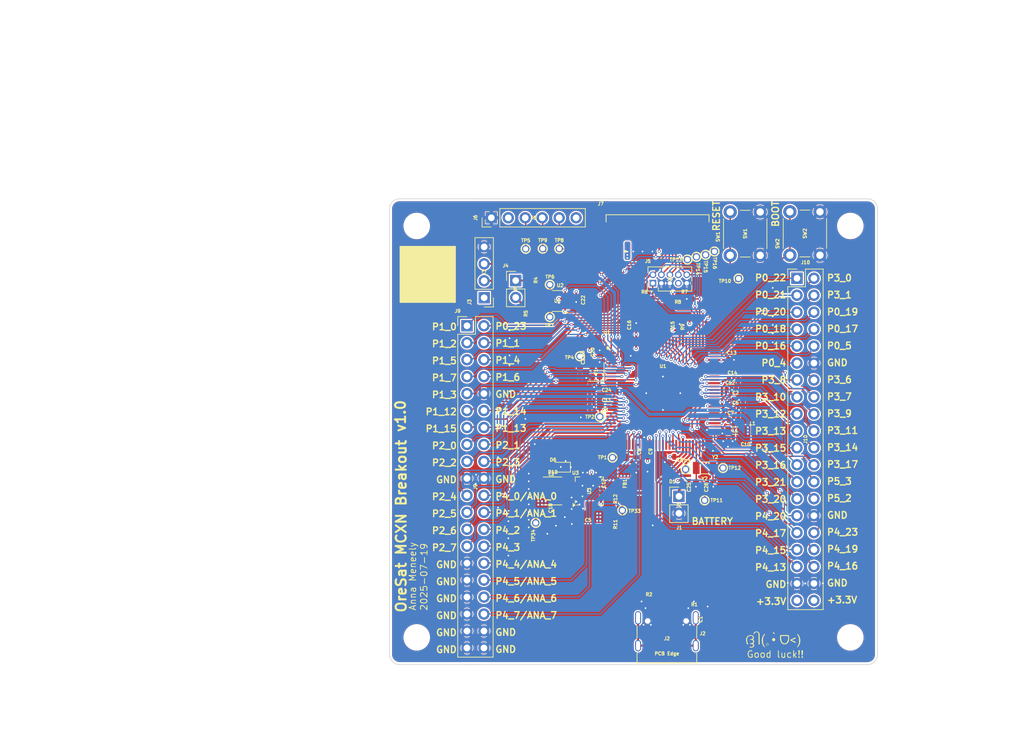
<source format=kicad_pcb>
(kicad_pcb (version 20241229) (generator "pcbnew") (generator_version "9.0")
  (title_block (title "MCXN Breakout board / Design Block") (date "2025-07-19") (rev "1.0") (company "Portland State Aerospace Society"))
  (layers (0 "F.Cu" signal) (4 "In1.Cu" signal) (6 "In2.Cu" signal) (2 "B.Cu" signal) (13 "F.Paste" user) (15 "B.Paste" user) (5 "F.SilkS" user "F.Silkscreen") (7 "B.SilkS" user "B.Silkscreen") (1 "F.Mask" user) (3 "B.Mask" user) (25 "Edge.Cuts" user))
  (net 0 "")
  (net 1 "Net-(J2-SHIELD)")
  (net 2 "VDD")
  (net 3 "Net-(U1A-VDD_ANA)")
  (net 4 "Net-(U1A-VDD_SYS)")
  (net 5 "+3.3V")
  (net 6 "Net-(U1C-P1_30)")
  (net 7 "Net-(U1C-P1_31)")
  (net 8 "Net-(U1G-P5_0)")
  (net 9 "Net-(U1G-P5_1)")
  (net 10 "Net-(J1-Pin_1)")
  (net 11 "Net-(U1A-VDD_BAT)")
  (net 12 "USB_D+")
  (net 13 "VBUS")
  (net 14 "Net-(J2-CC2)")
  (net 15 "USB_D-")
  (net 16 "RESET")
  (net 17 "Net-(J2-CC1)")
  (net 18 "/Power & Signal/CANL")
  (net 19 "/Power & Signal/CANH")
  (net 20 "Net-(J4-Pin_2)")
  (net 21 "Net-(J4-Pin_1)")
  (net 22 "SWCLK")
  (net 24 "GND")
  (net 25 "SWO")
  (net 26 "SWDIO")
  (net 29 "Net-(J6-VCC)")
  (net 30 "Net-(U1A-DCDC_LX)")
  (net 31 "Net-(U2-SHDN)")
  (net 32 "Net-(U2-S)")
  (net 33 "P1_0")
  (net 34 "Net-(J5-NC{slash}TDI)")
  (net 35 "P0_18")
  (net 36 "P1_13")
  (net 37 "P1_7")
  (net 38 "P1_12")
  (net 40 "P1_14")
  (net 41 "P0_5")
  (net 42 "P1_4")
  (net 43 "P0_21")
  (net 44 "P1_6")
  (net 45 "P0_23")
  (net 46 "P5_3")
  (net 47 "ISP-UART_RXD")
  (net 48 "ISP-UART_TXD")
  (net 50 "Net-(J7-DEBUG-2)")
  (net 52 "Net-(J7-DEBUG-3)")
  (net 53 "Net-(J7-DEBUG-0)")
  (net 55 "Net-(J7-DEBUG-1)")
  (net 57 "Net-(D6-A)")
  (net 58 "Net-(L2-Pad1)")
  (net 59 "Net-(U3-SYNC)")
  (net 61 "P0_20")
  (net 62 "P0_17")
  (net 63 "P0_16")
  (net 64 "P1_3")
  (net 65 "/Power & Signal/BOOT")
  (net 66 "P1_15")
  (net 67 "P1_5")
  (net 68 "P0_19")
  (net 69 "P0_22")
  (net 70 "P1_1")
  (net 71 "P0_4")
  (net 72 "P5_2")
  (net 73 "P1_2")
  (net 74 "Net-(J9-Pin_15)")
  (net 75 "Net-(J9-Pin_16)")
  (net 76 "Net-(J9-Pin_17)")
  (net 77 "Net-(J9-Pin_18)")
  (net 78 "Net-(J9-Pin_25)")
  (net 79 "Net-(J9-Pin_27)")
  (net 80 "Net-(J9-Pin_21)")
  (net 81 "Net-(J9-Pin_23)")
  (net 82 "Net-(J9-Pin_28)")
  (net 83 "Net-(J9-Pin_24)")
  (net 84 "Net-(J9-Pin_22)")
  (net 85 "Net-(J9-Pin_26)")
  (net 86 "Net-(J9-Pin_36)")
  (net 87 "Net-(J9-Pin_30)")
  (net 88 "Net-(J9-Pin_32)")
  (net 89 "Net-(J9-Pin_34)")
  (net 90 "Net-(U1C-P1_11)")
  (net 91 "Net-(U1C-P1_10)")
  (net 92 "Net-(J10-Pin_2)")
  (net 93 "Net-(J10-Pin_4)")
  (net 94 "Net-(J10-Pin_14)")
  (net 95 "Net-(J10-Pin_13)")
  (net 96 "Net-(J10-Pin_16)")
  (net 97 "Net-(J10-Pin_15)")
  (net 98 "Net-(J10-Pin_19)")
  (net 99 "Net-(J10-Pin_20)")
  (net 100 "Net-(J10-Pin_18)")
  (net 101 "Net-(J10-Pin_17)")
  (net 102 "Net-(J10-Pin_22)")
  (net 103 "Net-(J10-Pin_21)")
  (net 104 "Net-(J10-Pin_24)")
  (net 105 "Net-(J10-Pin_23)")
  (net 106 "Net-(J10-Pin_25)")
  (net 107 "Net-(J10-Pin_27)")
  (net 108 "P4_23")
  (net 109 "P4_15")
  (net 110 "P4_19")
  (net 111 "P4_13")
  (net 112 "P4_16")
  (net 113 "P4_17")
  (net 114 "P4_20")
  (footprint "oresat-passives:0603-C-NOSILK" (layer "F.Cu") (at 150.25 102.775 180)
    (property "Reference" "C3")
    (property "Value" "100n")
  )
  (footprint "oresat-passives:0603-C-NOSILK" (layer "F.Cu") (at 151.025 94.375 90)
    (property "Reference" "C20")
    (property "Value" "100n")
  )
  (footprint "oresat-passives:0603-C-NOSILK" (layer "F.Cu") (at 143.214 119.7336 -90)
    (property "Reference" "C18")
    (property "Value" "22u")
  )
  (footprint "oresat-misc:TestPoint-0.75mm-th" (layer "F.Cu") (at 142.5 79.05 180)
    (property "Reference" "TP9")
    (property "Value" "Test-Point" (hide yes))
  )
  (footprint "oresat-passives:0603-C-NOSILK" (layer "F.Cu") (at 152.6628 113.9932 90)
    (property "Reference" "C17")
    (property "Value" "1u")
  )
  (footprint "oresat-passives:0603-C-NOSILK" (layer "F.Cu") (at 171.1 98.7)
    (property "Reference" "C14")
    (property "Value" "100n")
  )
  (footprint "oresat-misc:TestPoint-0.75mm-th" (layer "F.Cu") (at 169.5 111.9)
    (property "Reference" "TP12")
    (property "Value" "Test-Point" (hide yes))
  )
  (footprint "Inductor_SMD:L_0805_2012Metric" (layer "F.Cu") (at 171.35 106.3 180)
    (property "Reference" "L1")
    (property "Value" "1.5u")
  )
  (footprint "Crystal:Crystal_SMD_3215-2Pin_3.2x1.5mm" (layer "F.Cu") (at 166.748323 111.897638)
    (property "Reference" "Y2")
    (property "Value" "32.768 KHz")
  )
  (footprint "oresat-passives:0603-C-NOSILK" (layer "F.Cu") (at 154.425 120.15 90)
    (property "Reference" "R11")
    (property "Value" "10k")
  )
  (footprint "Connector_PinHeader_2.54mm:PinHeader_2x20_P2.54mm_Vertical" (layer "F.Cu") (at 180.585 83.485)
    (property "Reference" "J10")
    (property "Value" "Conn_02x20_Odd_Even")
  )
  (footprint "oresat-misc:TestPoint-0.75mm-th" (layer "F.Cu") (at 139.95 79.075 180)
    (property "Reference" "TP5")
    (property "Value" "Test-Point" (hide yes))
  )
  (footprint "oresat-passives:0805-B-NOSILK" (layer "F.Cu") (at 154.75 111.2 90)
    (property "Reference" "FB1")
    (property "Value" "120 ohm ?")
  )
  (footprint "oresat-misc:TestPoint-0.75mm-th" (layer "F.Cu") (at 154.425 118.25 -90)
    (property "Reference" "TP33")
    (property "Value" "Test-Point" (hide yes))
  )
  (footprint "oresat-passives:0603-C-NOSILK" (layer "F.Cu") (at 158.85 131.9)
    (property "Reference" "R2")
    (property "Value" "5.11k")
  )
  (footprint "oresat-misc:TestPoint-0.75mm-th" (layer "F.Cu") (at 144.975 79.05 180)
    (property "Reference" "TP8")
    (property "Value" "Test-Point" (hide yes))
  )
  (footprint "oresat-misc:TestPoint-0.75mm-th" (layer "F.Cu") (at 143.5625 84.4375 90)
    (property "Reference" "TP6")
    (property "Value" "Test-Point" (hide yes))
  )
  (footprint "oresat-passives:0603-C-NOSILK" (layer "F.Cu") (at 148.075 97.5 -90)
    (property "Reference" "C23")
    (property "Value" "4.7p")
  )
  (footprint "oresat-misc:TestPoint-0.75mm-th" (layer "F.Cu") (at 148.075 95.175 90)
    (property "Reference" "TP4")
    (property "Value" "Test-Point" (hide yes))
  )
  (footprint "oresat-misc:TestPoint-0.75mm-th" (layer "F.Cu") (at 166.9 79.975 180)
    (property "Reference" "TP15")
    (property "Value" "Test-Point" (hide yes))
  )
  (footprint "oresat-misc:TestPoint-0.75mm-th" (layer "F.Cu") (at 163.9 112.1)
    (property "Reference" "TP3")
    (property "Value" "Test-Point" (hide yes))
  )
  (footprint "oresat-passives:0603-C-NOSILK" (layer "F.Cu") (at 168.048323 114.597638 90)
    (property "Reference" "C26")
    (property "Value" "4.7p")
  )
  (footprint "Button_Switch_THT:SW_PUSH_6mm" (layer "F.Cu") (at 170.575 80.05 90)
    (property "Reference" "SW1")
    (property "Value" "RESET")
  )
  (footprint "oresat-misc:Hole-2.1mm-NPTH" (layer "F.Cu") (at 188.575 75.65)
    (property "Reference" "HW1" (hide yes))
    (property "Value" "M2 Mounting Hole")
  )
  (footprint "LOGO" (layer "F.Cu") (at 176.916972 137.6571)
    (property "Reference" "G***" (hide yes))
    (property "Value" "LOGO" (hide yes))
  )
  (footprint "oresat-misc:TestPoint-0.75mm-th" (layer "F.Cu") (at 165.525 80.275 180)
    (property "Reference" "TP14")
    (property "Value" "Test-Point" (hide yes))
  )
  (footprint "oresat-misc:Hole-2.1mm-NPTH" (layer "F.Cu") (at 123.625 75.65)
    (property "Reference" "HW2" (hide yes))
    (property "Value" "M2 Mounting Hole")
  )
  (footprint "oresat-misc:TestPoint-0.75mm-th" (layer "F.Cu") (at 166.75 116.75)
    (property "Reference" "TP11")
    (property "Value" "Test-Point" (hide yes))
  )
  (footprint "oresat-passives:0603-C-NOSILK" (layer "F.Cu") (at 158.175 86.575)
    (property "Reference" "R6")
    (property "Value" "10k")
  )
  (footprint "oresat-passives:0603-C-NOSILK" (layer "F.Cu") (at 141.0125 85.3375 -90)
    (property "Reference" "R4")
    (property "Value" "60.4")
  )
  (footprint "oresat-misc:TestPoint-0.75mm-th" (layer "F.Cu") (at 168.225 79.475 180)
    (property "Reference" "TP16")
    (property "Value" "Test-Point" (hide yes))
  )
  (footprint "oresat-passives:0603-C-NOSILK" (layer "F.Cu") (at 171.8 101.7)
    (property "Reference" "C2")
    (property "Value" "100n")
  )
  (footprint "oresat-passives:PAT0816(0603)" (layer "F.Cu") (at 163.85 113.4 180)
    (property "Reference" "D1")
    (property "Value" "BAT54CW" (hide yes))
  )
  (footprint "oresat-passives:0603-C-NOSILK" (layer "F.Cu") (at 167.2 134.15 90)
    (property "Reference" "C1")
    (property "Value" "100n")
  )
  (footprint "oresat-passives:0603-C-NOSILK" (layer "F.Cu") (at 170.75 100.2)
    (property "Reference" "C12")
    (property "Value" "100n")
  )
  (footprint "Connector_PinHeader_1.27mm:PinHeader_2x05_P1.27mm_Vertical" (layer "F.Cu") (at 159 84.225 90)
    (property "Reference" "J5")
    (property "Value" "10pin ARM SWD")
  )
  (footprint "oresat-passives:L_ECS-MPI4040" (layer "F.Cu") (at 143.977 115.3394 180)
    (property "Reference" "L2")
    (property "Value" "6.8u" (hide yes))
  )
  (footprint "Connector_USB:USB_C_Receptacle_Palconn_UTC16-G" (layer "F.Cu") (at 161.1 136.275)
    (property "Reference" "J2")
    (property "Value" "USB_C_Receptacle_USB2.0_14P")
  )
  (footprint "oresat-passives:0603-C-NOSILK" (layer "F.Cu") (at 142.2062 112.0616 180)
    (property "Reference" "R10")
    (property "Value" "10k")
  )
  (footprint "oresat-passives:0603-C-NOSILK" (layer "F.Cu") (at 150.25 99.775 180)
    (property "Reference" "C24")
    (property "Value" "4.7p")
  )
  (footprint "oresat-misc:Hole-2.1mm-NPTH" (layer "F.Cu") (at 123.625 137.275)
    (property "Reference" "HW4" (hide yes))
    (property "Value" "M2 Mounting Hole")
  )
  (footprint "oresat-passives:0603-C-NOSILK" (layer "F.Cu") (at 171.075 104.7)
    (property "Reference" "C7")
    (property "Value" "4.7u")
  )
  (footprint "oresat-misc:TestPoint-0.75mm-th" (layer "F.Cu") (at 164.175 80.675 180)
    (property "Reference" "TP13")
    (property "Value" "Test-Point" (hide yes))
  )
  (footprint "oresat-misc:TestPoint-0.75mm-th" (layer "F.Cu") (at 152.95 110.35)
    (property "Reference" "TP1")
    (property "Value" "Test-Point" (hide yes))
  )
  (footprint "Connector_PinHeader_2.54mm:PinHeader_1x02_P2.54mm_Vertical" (layer "F.Cu") (at 138.45 83.825)
    (property "Reference" "J4")
    (property "Value" "TERM")
  )
  (footprint "Package_DFN_QFN:Texas_RSA_VQFN-16-1EP_4x4mm_P0.65mm_EP2.7x2.7mm" (layer "F.Cu") (at 149.4728 115.3522 90)
    (property "Reference" "U3")
    (property "Value" "TPS62111RSA")
  )
  (footprint "Connector_PinHeader_2.54mm:PinHeader_1x06_P2.54mm_Vertical" (layer "F.Cu") (at 134.8 74.425 90)
    (property "Reference" "J6")
    (property "Value" "FTDI-UART-6PIN")
  )
  (footprint "oresat-misc:TestPoint-0.75mm-th" (layer "F.Cu") (at 171.825 83.525 180)
    (property "Reference" "TP10")
    (property "Value" "Test-Point" (hide yes))
  )
  (footprint "Connector_PinHeader_2.54mm:PinHeader_1x02_P2.54mm_Vertical" (layer "F.Cu") (at 162.9 116.15)
    (property "Reference" "J1")
    (property "Value" "BKUP-BATT")
  )
  (footprint "oresat-ics:MCXN947KVLT-QFP50P1600X1600X160-101N" (layer "F.Cu") (at 160.5 100.7)
    (property "Reference" "U1")
    (property "Value" "MCXN947VKLT" (hide yes))
  )
  (footprint "oresat-passives:0603-C-NOSILK" (layer "F.Cu") (at 147.725 119.25 180)
    (property "Reference" "C5")
    (property "Value" "10u")
  )
  (footprint "oresat-passives:0603-C-NOSILK" (layer "F.Cu") (at 141.0125 88.3375 90)
    (property "Reference" "R5")
    (property "Value" "60.4")
  )
  (footprint "oresat-passives:0603-C-NOSILK" (layer "F.Cu") (at 164.175 86.575)
    (property "Reference" "R7")
    (property "Value" "10k")
  )
  (footprint "oresat-passives:0603-C-NOSILK" (layer "F.Cu") (at 165.448323 114.597638 90)
    (property "Reference" "C25")
    (property "Value" "4.7p")
  )
  (footprint "oresat-passives:0603-C-NOSILK" (layer "F.Cu") (at 156.5 111 -90)
    (property "Reference" "C4")
    (property "Value" "1u")
  )
  (footprint "LED_SMD:LED_0603_1608Metric" (layer "F.Cu") (at 145.1562 111.7866 180)
    (property "Reference" "D6")
    (property "Value" "GREEN")
  )
  (footprint "oresat-passives:0603-C-NOSILK" (layer "F.Cu") (at 163 90.45 90)
    (property "Reference" "C15")
    (property "Value" "100n")
  )
  (footprint "oresat-passives:0603-C-NOSILK" (layer "F.Cu") (at 147.5125 86.9375 -90)
    (property "Reference" "C22")
    (property "Value" "100n")
  )
  (footprint "oresat-passives:0603-C-NOSILK" (layer "F.Cu") (at 149.525 94.375 90)
    (property "Reference" "R3")
    (property "Value" "10k")
  )
  (footprint "Connector_PinHeader_2.54mm:PinHeader_1x04_P2.54mm_Vertical" (layer "F.Cu") (at 133.725 86.4 180)
    (property "Reference" "J3")
    (property "Value" "CAN")
  )
  (footprint "Crystal:Crystal_SMD_2016-4Pin_2.0x1.6mm" (layer "F.Cu") (at 150.475 97.5 90)
    (property "Reference" "Y1" (hide yes))
    (property "Value" "24 MHz")
  )
  (footprint "oresat-connectors:J-TE-2-1734592-0" (layer "F.Cu") (at 159.7 76.868)
    (property "Reference" "J7")
    (property "Value" "~")
  )
  (footprint "oresat-misc:TestPoint-0.75mm-th" (layer "F.Cu") (at 151.05 104.225)
    (property "Reference" "TP2")
    (property "Value" "Test-Point" (hide yes))
  )
  (footprint "oresat-passives:0603-C-NOSILK" (layer "F.Cu") (at 154.425 116.35 90)
    (property "Reference" "R12")
    (property "Value" "10k")
  )
  (footprint "oresat-passives:0603-C-NOSILK" (layer "F.Cu") (at 161.5 110.225 180)
    (property "Reference" "C8")
    (property "Value" "100n")
  )
  (footprint "oresat-passives:0603-C-NOSILK" (layer "F.Cu") (at 161.175 86.575 180)
    (property "Reference" "R8")
    (property "Value" "10k")
  )
  (footprint "Connector_PinHeader_2.54mm:PinHeader_2x20_P2.54mm_Vertical" (layer "F.Cu") (at 131.15 90.6)
    (property "Reference" "J9")
    (property "Value" "Conn_02x20_Odd_Even")
  )
  (footprint "oresat-passives:0603-C-NOSILK" (layer "F.Cu") (at 156.5 90.3 90)
    (property "Reference" "C16")
    (property "Value" "100n")
  )
  (footprint "oresat-misc:Hole-2.1mm-NPTH" (layer "F.Cu") (at 188.575 137.275)
    (property "Reference" "HW3" (hide yes))
    (property "Value" "M2 Mounting Hole")
  )
  (footprint "oresat-passives:0603-C-NOSILK" (layer "F.Cu") (at 164.5 90.35 90)
    (property "Reference" "R9")
    (property "Value" "10k")
  )
  (footprint "oresat-passives:0603-C-NOSILK" (layer "F.Cu") (at 158.2 111 -90)
    (property "Reference" "C9")
    (property "Value" "100n")
  )
  (footprint "oresat-misc:TestPoint-0.75mm-th" (layer "F.Cu") (at 143.5625 89.2875 90)
    (property "Reference" "TP7")
    (property "Value" "Test-Point" (hide yes))
  )
  (footprint "Button_Switch_THT:SW_PUSH_6mm" (layer "F.Cu") (at 184.025 73.525 -90)
    (property "Reference" "SW2")
    (property "Value" "ISP(BOOT)")
  )
  (footprint "Package_TO_SOT_SMD:SOT-23-8" (layer "F.Cu") (at 144.7125 86.8875 180)
    (property "Reference" "U2")
    (property "Value" "TCAN330")
  )
  (footprint "oresat-passives:0603-C-NOSILK" (layer "F.Cu") (at 171.075 107.9 180)
    (property "Reference" "C10")
    (property "Value" "6.8u")
  )
  (footprint "oresat-passives:0603-C-NOSILK" (layer "F.Cu") (at 171.8 103.2)
    (property "Reference" "C6")
    (property "Value" "2.2u")
  )
  (footprint "oresat-passives:0603-C-NOSILK" (layer "F.Cu") (at 150.25 101.275 180)
    (property "Reference" "C11")
    (property "Value" "4.7u")
  )
  (footprint "oresat-passives:0603-C-NOSILK" (layer "F.Cu") (at 171 95.7)
    (property "Reference" "C13")
    (property "Value" "100n")
  )
  (footprint "oresat-misc:TestPoint-0.75mm-th" (layer "F.Cu") (at 141.45 120.125 90)
    (property "Reference" "TP34")
    (property "Value" "Test-Point" (hide yes))
  )
  (footprint "oresat-passives:0603-C-NOSILK" (layer "F.Cu") (at 163.65 131.9 180)
    (property "Reference" "R1")
    (property "Value" "5.11k")
  )
  (gr_rect (start 121.125 78.7) (end 129.425 87.1) (stroke (width 0.125)) (fill yes) (layer "F.SilkS"))
  (gr_arc (start 121.060472 141.35) (mid 120 140.91066) (end 119.5607 139.85) (stroke (width 0.1)) (layer "Edge.Cuts"))
  (gr_line (start 191.123874 141.36066) (end 121.060472 141.35) (stroke (width 0.1)) (layer "Edge.Cuts"))
  (gr_arc (start 192.63934 139.8607) (mid 192.2 140.92132) (end 191.123874 141.36066) (stroke (width 0.1)) (layer "Edge.Cuts"))
  (gr_line (start 119.56066 139.85) (end 119.56066 73.075) (stroke (width 0.1)) (layer "Edge.Cuts"))
  (gr_line (start 192.63934 73.0857) (end 192.63934 139.8607) (stroke (width 0.1)) (layer "Edge.Cuts"))
  (gr_line (start 121.071605 71.575) (end 191.139528 71.58566) (stroke (width 0.1)) (layer "Edge.Cuts"))
  (gr_arc (start 119.56066 73.075) (mid 120 72.01434) (end 121.071605 71.575) (stroke (width 0.1)) (layer "Edge.Cuts"))
  (gr_arc (start 191.139528 71.58566) (mid 192.2 72.025) (end 192.63934 73.0857) (stroke (width 0.1)) (layer "Edge.Cuts"))
  (gr_text "P2_2" (at 125.8 111.696053 0) (layer "F.SilkS") (effects (font (size 1 1) (thickness 0.2) (bold yes)) (justify left bottom)))
  (gr_text "P3_1" (at 184.975 86.563158 0) (layer "F.SilkS") (effects (font (size 1 1) (thickness 0.2) (bold yes)) (justify left bottom)))
  (gr_text "v${REVISION}" (at 122.075 106.675 90) (layer "F.SilkS") (effects (font (size 1.5 1.5) (thickness 0.3) (bold yes)) (justify left bottom)))
  (gr_text "${ISSUE_DATE}" (at 125.3 133.35 90) (layer "F.SilkS") (effects (font (size 1 1) (thickness 0.125)) (justify left bottom)))
  (gr_text "RESET" (at 169.1 76.525 90) (layer "F.SilkS") (effects (font (size 1 1) (thickness 0.2) (bold yes)) (justify left bottom)))
  (gr_text "P0_5" (at 184.975 94.177632 0) (layer "F.SilkS") (effects (font (size 1 1) (thickness 0.2) (bold yes)) (justify left bottom)))
  (gr_text "P4_19" (at 184.975 124.635526 0) (layer "F.SilkS") (effects (font (size 1 1) (thickness 0.2) (bold yes)) (justify left bottom)))
  (gr_text "P1_13" (at 135.3 106.536843 0) (layer "F.SilkS") (effects (font (size 1 1) (thickness 0.2) (bold yes)) (justify left bottom)))
  (gr_text "P3_20" (at 174.2 117.164473 0) (layer "F.SilkS") (effects (font (size 1 1) (thickness 0.2) (bold yes)) (justify left bottom)))
  (gr_text "P4_16" (at 184.975 127.173684 0) (layer "F.SilkS") (effects (font (size 1 1) (thickness 0.2) (bold yes)) (justify left bottom)))
  (gr_text "GND" (at 126.419048 129.509211 0) (layer "F.SilkS") (effects (font (size 1 1) (thickness 0.2) (bold yes)) (justify left bottom)))
  (gr_text "GND" (at 135.3 101.442106 0) (layer "F.SilkS") (effects (font (size 1 1) (thickness 0.2) (bold yes)) (justify left bottom)))
  (gr_text "GND" (at 126.419048 132.053947 0) (layer "F.SilkS") (effects (font (size 1 1) (thickness 0.2) (bold yes)) (justify left bottom)))
  (gr_text "GND" (at 126.419048 114.24079 0) (layer "F.SilkS") (effects (font (size 1 1) (thickness 0.2) (bold yes)) (justify left bottom)))
  (gr_text "P4_13" (at 174.2 127.369736 0) (layer "F.SilkS") (effects (font (size 1 1) (thickness 0.2) (bold yes)) (justify left bottom)))
  (gr_text "P1_2" (at 125.8 93.882895 0) (layer "F.SilkS") (effects (font (size 1 1) (thickness 0.2) (bold yes)) (justify left bottom)))
  (gr_text "P2_3" (at 135.3 111.631579 0) (layer "F.SilkS") (effects (font (size 1 1) (thickness 0.2) (bold yes)) (justify left bottom)))
  (gr_text "GND" (at 135.3 114.178948 0) (layer "F.SilkS") (effects (font (size 1 1) (thickness 0.2) (bold yes)) (justify left bottom)))
  (gr_text "P0_19" (at 184.975 89.101316 0) (layer "F.SilkS") (effects (font (size 1 1) (thickness 0.2) (bold yes)) (justify left bottom)))
  (gr_text "P0_17" (at 184.975 91.639474 0) (layer "F.SilkS") (effects (font (size 1 1) (thickness 0.2) (bold yes)) (justify left bottom)))
  (gr_text "GND" (at 126.419048 139.688158 0) (layer "F.SilkS") (effects (font (size 1 1) (thickness 0.2) (bold yes)) (justify left bottom)))
  (gr_text "Anna Meneely" (at 123.6 133.325 90) (layer "F.SilkS") (effects (font (size 1 1) (thickness 0.125)) (justify left bottom)))
  (gr_text "P3_15" (at 174.2 109.510526 0) (layer "F.SilkS") (effects (font (size 1 1) (thickness 0.2) (bold yes)) (justify left bottom)))
  (gr_text "P3_8" (at 175.152381 99.305263 0) (layer "F.SilkS") (effects (font (size 1 1) (thickness 0.2) (bold yes)) (justify left bottom)))
  (gr_text "P3_11" (at 184.975 106.868421 0) (layer "F.SilkS") (effects (font (size 1 1) (thickness 0.2) (bold yes)) (justify left bottom)))
  (gr_text "P3_6" (at 184.975 99.253947 0) (layer "F.SilkS") (effects (font (size 1 1) (thickness 0.2) (bold yes)) (justify left bottom)))
  (gr_text "P2_4" (at 125.8 116.785526 0) (layer "F.SilkS") (effects (font (size 1 1) (thickness 0.2) (bold yes)) (justify left bottom)))
  (gr_text "P0_23" (at 135.3 91.252632 0) (layer "F.SilkS") (effects (font (size 1 1) (thickness 0.2) (bold yes)) (justify left bottom)))
  (gr_text "GND" (at 135.3 137.105264 0) (layer "F.SilkS") (effects (font (size 1 1) (thickness 0.2) (bold yes)) (justify left bottom)))
  (gr_text "P4_5/ANA_5" (at 135.3 129.463158 0) (layer "F.SilkS") (effects (font (size 1 1) (thickness 0.2) (bold yes)) (justify left bottom)))
  (gr_text "P1_15" (at 124.847619 106.606579 0) (layer "F.SilkS") (effects (font (size 1 1) (thickness 0.2) (bold yes)) (justify left bottom)))
  (gr_text "P1_7" (at 125.8 98.972369 0) (layer "F.SilkS") (effects (font (size 1 1) (thickness 0.2) (bold yes)) (justify left bottom)))
  (gr_text "P3_12" (at 174.2 104.407894 0) (layer "F.SilkS") (effects (font (size 1 1) (thickness 0.2) (bold yes)) (justify left bottom)))
  (gr_text "P4_7/ANA_7" (at 135.3 134.557895 0) (layer "F.SilkS") (effects (font (size 1 1) (thickness 0.2) (bold yes)) (justify left bottom)))
  (gr_text "P3_17" (at 184.975 111.944737 0) (layer "F.SilkS") (effects (font (size 1 1) (thickness 0.2) (bold yes)) (justify left bottom)))
  (gr_text "GND" (at 126.419048 126.964474 0) (layer "F.SilkS") (effects (font (size 1 1) (thickness 0.2) (bold yes)) (justify left bottom)))
  (gr_text "P1_1" (at 135.3 93.8 0) (layer "F.SilkS") (effects (font (size 1 1) (thickness 0.2) (bold yes)) (justify left bottom)))
  (gr_text "P3_16" (at 174.2 112.061842 0) (layer "F.SilkS") (effects (font (size 1 1) (thickness 0.2) (bold yes)) (justify left bottom)))
  (gr_text "P3_7" (at 184.975 101.792105 0) (layer "F.SilkS") (effects (font (size 1 1) (thickness 0.2) (bold yes)) (justify left bottom)))
  (gr_text "P1_0" (at 125.8 91.338158 0) (layer "F.SilkS") (effects (font (size 1 1) (thickness 0.2) (bold yes)) (justify left bottom)))
  (gr_text "P4_4/ANA_4" (at 135.3 126.91579 0) (layer "F.SilkS") (effects (font (size 1 1) (thickness 0.2) (bold yes)) (justify left bottom)))
  (gr_text "P0_4" (at 175.152381 96.753947 0) (layer "F.SilkS") (effects (font (size 1 1) (thickness 0.2) (bold yes)) (justify left bottom)))
  (gr_text "P3_14" (at 184.975 109.406579 0) (layer "F.SilkS") (effects (font (size 1 1) (thickness 0.2) (bold yes)) (justify left bottom)))
  (gr_text "P0_20" (at 174.2 89.1 0) (layer "F.SilkS") (effects (font (size 1 1) (thickness 0.2) (bold yes)) (justify left bottom)))
  (gr_text "P0_18" (at 174.2 91.651315 0) (layer "F.SilkS") (effects (font (size 1 1) (thickness 0.2) (bold yes)) (justify left bottom)))
  (gr_text "P4_3" (at 135.3 124.368421 0) (layer "F.SilkS") (effects (font (size 1 1) (thickness 0.2) (bold yes)) (justify left bottom)))
  (gr_text "P4_20" (at 174.2 119.715789 0) (layer "F.SilkS") (effects (font (size 1 1) (thickness 0.2) (bold yes)) (justify left bottom)))
  (gr_text "P4_6/ANA_6" (at 135.3 132.010527 0) (layer "F.SilkS") (effects (font (size 1 1) (thickness 0.2) (bold yes)) (justify left bottom)))
  (gr_text "GND" (at 175.771429 129.921052 0) (layer "F.SilkS") (effects (font (size 1 1) (thickness 0.2) (bold yes)) (justify left bottom)))
  (gr_text "P4_15" (at 174.2 124.818421 0) (layer "F.SilkS") (effects (font (size 1 1) (thickness 0.2) (bold yes)) (justify left bottom)))
  (gr_text "P4_1/ANA_1" (at 135.3 119.273685 0) (layer "F.SilkS") (effects (font (size 1 1) (thickness 0.2) (bold yes)) (justify left bottom)))
  (gr_text "P4_17" (at 174.2 122.267105 0) (layer "F.SilkS") (effects (font (size 1 1) (thickness 0.2) (bold yes)) (justify left bottom)))
  (gr_text "P1_6" (at 135.3 98.894737 0) (layer "F.SilkS") (effects (font (size 1 1) (thickness 0.2) (bold yes)) (justify left bottom)))
  (gr_text "P4_23" (at 184.975 122.097368 0) (layer "F.SilkS") (effects (font (size 1 1) (thickness 0.2) (bold yes)) (justify left bottom)))
  (gr_text "BOOT\n" (at 177.95 75.9 90) (layer "F.SilkS") (effects (font (size 1 1) (thickness 0.2) (bold yes)) (justify left bottom)))
  (gr_text "P4_0/ANA_0" (at 135.3 116.726316 0) (layer "F.SilkS") (effects (font (size 1 1) (thickness 0.2) (bold yes)) (justify left bottom)))
  (gr_text "P1_14" (at 135.3 103.989474 0) (layer "F.SilkS") (effects (font (size 1 1) (thickness 0.2) (bold yes)) (justify left bottom)))
  (gr_text "Good luck!!" (at 173 140.4 0) (layer "F.SilkS") (effects (font (size 1 1) (thickness 0.125)) (justify left bottom)))
  (gr_text "P3_13" (at 174.2 106.95921 0) (layer "F.SilkS") (effects (font (size 1 1) (thickness 0.2) (bold yes)) (justify left bottom)))
  (gr_text "P2_0" (at 125.8 109.151316 0) (layer "F.SilkS") (effects (font (size 1 1) (thickness 0.2) (bold yes)) (justify left bottom)))
  (gr_text "P5_2" (at 184.975 117.021053 0) (layer "F.SilkS") (effects (font (size 1 1) (thickness 0.2) (bold yes)) (justify left bottom)))
  (gr_text "GND" (at 184.975 119.559211 0) (layer "F.SilkS") (effects (font (size 1 1) (thickness 0.2) (bold yes)) (justify left bottom)))
  (gr_text "P3_0" (at 184.975 84.025 0) (layer "F.SilkS") (effects (font (size 1 1) (thickness 0.2) (bold yes)) (justify left bottom)))
  (gr_text "GND" (at 126.419048 137.143421 0) (layer "F.SilkS") (effects (font (size 1 1) (thickness 0.2) (bold yes)) (justify left bottom)))
  (gr_text "P2_6" (at 125.8 121.875 0) (layer "F.SilkS") (effects (font (size 1 1) (thickness 0.2) (bold yes)) (justify left bottom)))
  (gr_text "BATTERY" (at 164.7 120.475 0) (layer "F.SilkS") (effects (font (size 1 1) (thickness 0.2) (bold yes)) (justify left bottom)))
  (gr_text "P2_5" (at 125.8 119.330263 0) (layer "F.SilkS") (effects (font (size 1 1) (thickness 0.2) (bold yes)) (justify left bottom)))
  (gr_text "GND" (at 184.975 96.715789 0) (layer "F.SilkS") (effects (font (size 1 1) (thickness 0.2) (bold yes)) (justify left bottom)))
  (gr_text "P1_12" (at 124.847619 104.061842 0) (layer "F.SilkS") (effects (font (size 1 1) (thickness 0.2) (bold yes)) (justify left bottom)))
  (gr_text "P4_2" (at 135.3 121.821053 0) (layer "F.SilkS") (effects (font (size 1 1) (thickness 0.2) (bold yes)) (justify left bottom)))
  (gr_text "GND" (at 184.975 129.711842 0) (layer "F.SilkS") (effects (font (size 1 1) (thickness 0.2) (bold yes)) (justify left bottom)))
  (gr_text "P3_21" (at 174.2 114.613157 0) (layer "F.SilkS") (effects (font (size 1 1) (thickness 0.2) (bold yes)) (justify left bottom)))
  (gr_text "P1_5" (at 125.8 96.427632 0) (layer "F.SilkS") (effects (font (size 1 1) (thickness 0.2) (bold yes)) (justify left bottom)))
  (gr_text "P1_4" (at 135.3 96.347369 0) (layer "F.SilkS") (effects (font (size 1 1) (thickness 0.2) (bold yes)) (justify left bottom)))
  (gr_text "P5_3" (at 184.975 114.482895 0) (layer "F.SilkS") (effects (font (size 1 1) (thickness 0.2) (bold yes)) (justify left bottom)))
  (gr_text "P0_22" (at 174.2 83.997368 0) (layer "F.SilkS") (effects (font (size 1 1) (thickness 0.2) (bold yes)) (justify left bottom)))
  (gr_text "+3.3V" (at 174.342858 132.472368 0) (layer "F.SilkS") (effects (font (size 1 1) (thickness 0.2) (bold yes)) (justify left bottom)))
  (gr_text "P0_16" (at 174.2 94.202631 0) (layer "F.SilkS") (effects (font (size 1 1) (thickness 0.2) (bold yes)) (justify left bottom)))
  (gr_text "OreSat MCXN Breakout" (at 122.175 133.7 90) (layer "F.SilkS") (effects (font (size 1.5 1.5) (thickness 0.3) (bold yes)) (justify left bottom)))
  (gr_text "P2_1" (at 135.3 109.084211 0) (layer "F.SilkS") (effects (font (size 1 1) (thickness 0.2) (bold yes)) (justify left bottom)))
  (gr_text "P1_3" (at 125.8 101.517105 0) (layer "F.SilkS") (effects (font (size 1 1) (thickness 0.2) (bold yes)) (justify left bottom)))
  (gr_text "GND" (at 126.419048 134.598684 0) (layer "F.SilkS") (effects (font (size 1 1) (thickness 0.2) (bold yes)) (justify left bottom)))
  (gr_text "P3_9" (at 184.975 104.330263 0) (layer "F.SilkS") (effects (font (size 1 1) (thickness 0.2) (bold yes)) (justify left bottom)))
  (gr_text "GND" (at 135.3 139.652632 0) (layer "F.SilkS") (effects (font (size 1 1) (thickness 0.2) (bold yes)) (justify left bottom)))
  (gr_text "P0_21" (at 174.2 86.548684 0) (layer "F.SilkS") (effects (font (size 1 1) (thickness 0.2) (bold yes)) (justify left bottom)))
  (gr_text "P3_10" (at 174.2 101.856579 0) (layer "F.SilkS") (effects (font (size 1 1) (thickness 0.2) (bold yes)) (justify left bottom)))
  (gr_text "P2_7" (at 125.8 124.419737 0) (layer "F.SilkS") (effects (font (size 1 1) (thickness 0.2) (bold yes)) (justify left bottom)))
  (gr_text "+3.3V" (at 184.975 132.25 0) (layer "F.SilkS") (effects (font (size 1 1) (thickness 0.2) (bold yes)) (justify left bottom)))
  (segment (start 156.78 134.345) (end 156.78 138.515) (width 0.3) (layer "F.Cu") (net 1))
  (segment (start 166.05 134.35) (end 166.055 134.345) (width 0.3) (layer "F.Cu") (net 1))
  (segment (start 166.65 134.95) (end 166.05 134.35) (width 0.3) (layer "F.Cu") (net 1))
  (segment (start 166.055 134.345) (end 165.42 134.345) (width 0.3) (layer "F.Cu") (net 1))
  (segment (start 167.2 134.95) (end 166.65 134.95) (width 0.3) (layer "F.Cu") (net 1))
  (segment (start 165.42 134.345) (end 165.42 138.515) (width 0.3) (layer "F.Cu") (net 1))
  (segment (start 156.78 138.515) (end 165.42 138.515) (width 0.3) (layer "F.Cu") (net 1))
  (segment (start 170.1 102.275) (end 170.1 102.125) (width 0.3) (layer "F.Cu") (net 2))
  (segment (start 170.1 102.125) (end 170.525 101.7) (width 0.3) (layer "F.Cu") (net 2))
  (segment (start 167.25 103.2) (end 167.2 103.25) (width 0.3) (layer "F.Cu") (net 2))
  (segment (start 169.175 103.2) (end 168.238 103.2) (width 0.3) (layer "F.Cu") (net 2))
  (segment (start 169.175 103.2) (end 170.1 102.275) (width 0.3) (layer "F.Cu") (net 2))
  (segment (start 170.525 101.7) (end 171 101.7) (width 0.3) (layer "F.Cu") (net 2))
  (segment (start 168.238 103.2) (end 167.25 103.2) (width 0.3) (layer "F.Cu") (net 2))
  (segment (start 151.05 102.775) (end 151.05 104.225) (width 0.2) (layer "F.Cu") (net 2))
  (via (at 167.2 103.25) (size 0.4572) (drill 0.254) (layers "F.Cu" "B.Cu") (net 2))
  (via (at 173.225 106.775) (size 0.4572) (drill 0.254) (layers "F.Cu" "B.Cu") (net 2))
  (via (at 154 100.8) (size 0.4572) (drill 0.254) (layers "F.Cu" "B.Cu") (net 2))
  (via (at 169.175 103.2) (size 0.4572) (drill 0.254) (layers "F.Cu" "B.Cu") (net 2))
  (via (at 173.225 105.825) (size 0.4572) (drill 0.254) (layers "F.Cu" "B.Cu") (net 2))
  (via (at 173.225 106.3) (size 0.4572) (drill 0.254) (layers "F.Cu" "B.Cu") (net 2))
  (via (at 154 100.3) (size 0.4572) (drill 0.254) (layers "F.Cu" "B.Cu") (net 2))
  (segment (start 154.925 100.3) (end 154 100.3) (width 0.5) (layer "B.Cu") (net 2))
  (segment (start 167.2 103.25) (end 164.325 103.25) (width 0.5) (layer "B.Cu") (net 2))
  (segment (start 167.2 103.25) (end 169.1 103.25) (width 0.5) (layer "B.Cu") (net 2))
  (segment (start 172.5 104) (end 173.225 104.725) (width 0.5) (layer "B.Cu") (net 2))
  (segment (start 173.225 106.3) (end 173.225 105.825) (width 0.5) (layer "B.Cu") (net 2))
  (segment (start 164.325 103.25) (end 163.725 103.85) (width 0.5) (layer "B.Cu") (net 2))
  (segment (start 158.475 103.85) (end 154.925 100.3) (width 0.5) (layer "B.Cu") (net 2))
  (segment (start 163.725 103.85) (end 158.475 103.85) (width 0.5) (layer "B.Cu") (net 2))
  (segment (start 154 100.8) (end 154 100.3) (width 0.5) (layer "B.Cu") (net 2))
  (segment (start 170.025 103.2) (end 170.825 104) (width 0.5) (layer "B.Cu") (net 2))
  (segment (start 170.825 104) (end 172.5 104) (width 0.5) (layer "B.Cu") (net 2))
  (segment (start 173.225 104.725) (end 173.225 105.825) (width 0.5) (layer "B.Cu") (net 2))
  (segment (start 173.225 106.775) (end 173.225 106.3) (width 0.5) (layer "B.Cu") (net 2))
  (segment (start 170.025 103.2) (end 169.175 103.2) (width 0.5) (layer "B.Cu") (net 2))
  (segment (start 156.5 108.438) (end 156.5 110.2) (width 0.3) (layer "F.Cu") (net 3))
  (segment (start 154.75 110.3) (end 153 110.3) (width 0.3) (layer "F.Cu") (net 3))
  (segment (start 154.6 110.25) (end 154.7 110.35) (width 0.2) (layer "F.Cu") (net 3))
  (segment (start 157 108.438) (end 156.5 108.438) (width 0.3) (layer "F.Cu") (net 3))
  (segment (start 156.5 110.2) (end 154.85 110.2) (width 0.3) (layer "F.Cu") (net 3))
  (segment (start 154.85 110.2) (end 154.75 110.3) (width 0.3) (layer "F.Cu") (net 3))
  (segment (start 153 110.3) (end 152.95 110.35) (width 0.3) (layer "F.Cu") (net 3))
  (segment (start 156.45 110.25) (end 156.5 110.2) (width 0.3) (layer "F.Cu") (net 3))
  (segment (start 168.238 104.7) (end 169.05 104.7) (width 0.3) (layer "F.Cu") (net 4))
  (segment (start 169.95 103.2) (end 171 103.2) (width 0.3) (layer "F.Cu") (net 4))
  (segment (start 169.05 104.7) (end 169.425 104.325) (width 0.3) (layer "F.Cu") (net 4))
  (segment (start 169.425 104.325) (end 169.425 103.725) (width 0.3) (layer "F.Cu") (net 4))
  (segment (start 169.425 103.725) (end 169.95 103.2) (width 0.3) (layer "F.Cu") (net 4))
  (segment (start 149.7978 112.5528) (end 149.803 112.5476) (width 0.2) (layer "F.Cu") (net 5))
  (segment (start 169.3 105.2) (end 168.238 105.2) (width 0.3) (layer "F.Cu") (net 5))
  (segment (start 169.375 102.025) (end 169.375 102.375) (width 0.3) (layer "F.Cu") (net 5))
  (segment (start 159.95 79.425) (end 159.95 78.568) (width 0.2) (layer "F.Cu") (net 5))
  (segment (start 169.8 104.7) (end 170.275 104.7) (width 0.3) (layer "F.Cu") (net 5))
  (segment (start 141.5062 112.9116) (end 141.5062 112.0616) (width 0.3) (layer "F.Cu") (net 5))
  (segment (start 149.7978 113.3897) (end 149.7978 112.5528) (width 0.2) (layer "F.Cu") (net 5))
  (segment (start 169.225 99.2) (end 168.238 99.2) (width 0.3) (layer "F.Cu") (net 5))
  (segment (start 169.3 105.2) (end 169.8 104.7) (width 0.3) (layer "F.Cu") (net 5))
  (segment (start 163 91.25) (end 162.05 91.25) (width 0.3) (layer "F.Cu") (net 5))
  (segment (start 169.05 102.7) (end 168.238 102.7) (width 0.3) (layer "F.Cu") (net 5))
  (segment (start 141.45 120.125) (end 141.45 119.075) (width 0.3) (layer "F.Cu") (net 5))
  (segment (start 156.5 91.9) (end 156.5 91.1) (width 0.3) (layer "F.Cu") (net 5))
  (segment (start 169.725 98.7) (end 170.3 98.7) (width 0.3) (layer "F.Cu") (net 5))
  (segment (start 158.975 84.25) (end 159 84.225) (width 0.2) (layer "F.Cu") (net 5))
  (segment (start 162.325 110.2) (end 162.3 110.225) (width 0.3) (layer "F.Cu") (net 5))
  (segment (start 142.327 115.3394) (end 142.327 113.7324) (width 0.3) (layer "F.Cu") (net 5))
  (segment (start 158.5 107.4) (end 158.5 108.438) (width 0.3) (layer "F.Cu") (net 5))
  (segment (start 141.45 119.075) (end 141.825 118.7) (width 0.3) (layer "F.Cu") (net 5))
  (segment (start 162.05 91.25) (end 162.025 91.225) (width 0.3) (layer "F.Cu") (net 5))
  (segment (start 158.5 109.3) (end 158.2 109.6) (width 0.3) (layer "F.Cu") (net 5))
  (segment (start 163.5 108.438) (end 163.5 109.6) (width 0.3) (layer "F.Cu") (net 5))
  (segment (start 142.327 113.7324) (end 141.5062 112.9116) (width 0.3) (layer "F.Cu") (net 5))
  (segment (start 145.8625 86.55) (end 146.625 86.55) (width 0.3) (layer "F.Cu") (net 5))
  (segment (start 167.2125 102.6125) (end 167.3 102.7) (width 0.3) (layer "F.Cu") (net 5))
  (segment (start 162.875 110.225) (end 162.2 110.225) (width 0.3) (layer "F.Cu") (net 5))
  (segment (start 156.5 91.9) (end 156.5 92.962) (width 0.3) (layer "F.Cu") (net 5))
  (segment (start 141.825 118.7) (end 141.825 117.4178) (width 0.3) (layer "F.Cu") (net 5))
  (segment (start 169.225 99.2) (end 169.725 98.7) (width 0.3) (layer "F.Cu") (net 5))
  (segment (start 169.375 101.55) (end 169.95 100.975) (width 0.3) (layer "F.Cu") (net 5))
  (segment (start 167.1 95.7) (end 168.238 95.7) (width 0.3) (layer "F.Cu") (net 5))
  (segment (start 169.95 100.975) (end 169.95 100.2) (width 0.3) (layer "F.Cu") (net 5))
  (segment (start 147.5125 85.4875) (end 147.5125 86.1375) (width 0.3) (layer "F.Cu") (net 5))
  (segment (start 141.825 117.4178) (end 141.8312 117.4116) (width 0.3) (layer "F.Cu") (net 5))
  (segment (start 162.75 113.75) (end 163.3 113.75) (width 0.3) (layer "F.Cu") (net 5))
  (segment (start 168.238 105.2) (end 167.175 105.2) (width 0.3) (layer "F.Cu") (net 5))
  (segment (start 163 92.962) (end 163 91.95) (width 0.3) (layer "F.Cu") (net 5))
  (segment (start 163.5 107.3) (end 163.5 108.438) (width 0.3) (layer "F.Cu") (net 5))
  (segment (start 162.7 113.8) (end 162.75 113.75) (width 0.3) (layer "F.Cu") (net 5))
  (segment (start 167.3 102.7) (end 168.238 102.7) (width 0.3) (layer "F.Cu") (net 5))
  (segment (start 158.5 108.438) (end 158.5 109.3) (width 0.3) (layer "F.Cu") (net 5))
  (segment (start 163.5 109.6) (end 162.875 110.225) (width 0.3) (layer "F.Cu") (net 5))
  (segment (start 145.85 86.5625) (end 145.8625 86.55) (width 0.3) (layer "F.Cu") (net 5))
  (segment (start 144.9125 86.5375) (end 145.825 86.5375) (width 0.3) (layer "F.Cu") (net 5))
  (segment (start 158.975 86.575) (end 160.375 86.575) (width 0.2) (layer "F.Cu") (net 5))
  (segment (start 164.5 90.25) (end 164.5 89.55) (width 0.2) (layer "F.Cu") (net 5))
  (segment (start 158.2 110.85) (end 158.2 110.2) (width 0.4) (layer "F.Cu") (net 5))
  (segment (start 161.575 110.225) (end 162.2 110.225) (width 0.3) (layer "F.Cu") (net 5))
  (segment (start 158.975 86.575) (end 158.975 84.25) (width 0.2) (layer "F.Cu") (net 5))
  (segment (start 163 91.95) (end 163 91.25) (width 0.3) (layer "F.Cu") (net 5))
  (segment (start 169.375 102.025) (end 169.375 101.55) (width 0.3) (layer "F.Cu") (net 5))
  (segment (start 147.0375 86.1375) (end 147.5125 86.1375) (width 0.3) (layer "F.Cu") (net 5))
  (segment (start 156.5 94) (end 156.5 92.962) (width 0.3) (layer "F.Cu") (net 5))
  (segment (start 169.375 102.375) (end 169.05 102.7) (width 0.3) (layer "F.Cu") (net 5))
  (segment (start 168.238 95.7) (end 170.2 95.7) (width 0.3) (layer "F.Cu") (net 5))
  (segment (start 146.625 86.55) (end 147.0375 86.1375) (width 0.3) (layer "F.Cu") (net 5))
  (segment (start 167.1 99.2) (end 168.238 99.2) (width 0.3) (layer "F.Cu") (net 5))
  (segment (start 158.2 109.6) (end 158.2 110.2) (width 0.3) (layer "F.Cu") (net 5))
  (segment (start 149.525 93.575) (end 149.525 94.275) (width 0.2) (layer "F.Cu") (net 5))
  (via (at 156.5 94) (size 0.4572) (drill 0.254) (layers "F.Cu" "B.Cu") (net 5))
  (via (at 141.8312 117.4116) (size 0.4572) (drill 0.254) (layers "F.Cu" "B.Cu") (net 5))
  (via (at 144.9125 86.5375) (size 0.4572) (drill 0.254) (layers "F.Cu" "B.Cu") (net 5))
  (via (at 162.7 113.8) (size 0.4572) (drill 0.254) (layers "F.Cu" "B.Cu") (net 5))
  (via (at 142.9312 117.4116) (size 0.4572) (drill 0.254) (layers "F.Cu" "B.Cu") (net 5))
  (via (at 159.95 79.425) (size 0.4572) (drill 0.254) (layers "F.Cu" "B.Cu") (net 5))
  (via (at 147.5125 85.4875) (size 0.4572) (drill 0.254) (layers "F.Cu" "B.Cu") (net 5))
  (via (at 164.5 90.25) (size 0.4572) (drill 0.254) (layers "F.Cu" "B.Cu") (net 5))
  (via (at 155.275 113.075) (size 0.4572) (drill 0.254) (layers "F.Cu" "B.Cu") (net 5))
  (via (at 162.025 91.225) (size 0.4572) (drill 0.254) (layers "F.Cu" "B.Cu") (net 5))
  (via (at 169.225 99.2) (size 0.4572) (drill 0.254) (layers "F.Cu" "B.Cu") (net 5))
  (via (at 169.375 102.025) (size 0.4572) (drill 0.254) (layers "F.Cu" "B.Cu") (net 5))
  (via (at 158.2 110.85) (size 0.4572) (drill 0.254) (layers "F.Cu" "B.Cu") (net 5))
  (via (at 167.1 99.2) (size 0.4572) (drill 0.254) (layers "F.Cu" "B.Cu") (net 5))
  (via (at 167.2125 102.6125) (size 0.4572) (drill 0.254) (layers "F.Cu" "B.Cu") (net 5))
  (via (at 167.1 95.7) (size 0.4572) (drill 0.254) (layers "F.Cu" "B.Cu") (net 5))
  (via (at 163.5 107.3) (size 0.4572) (drill 0.254) (layers "F.Cu" "B.Cu") (net 5))
  (via (at 149.525 94.275) (size 0.4572) (drill 0.254) (layers "F.Cu" "B.Cu") (net 5))
  (via (at 161.575 110.225) (size 0.4572) (drill 0.254) (layers "F.Cu" "B.Cu") (net 5))
  (via (at 154.25 113.075) (size 0.4572) (drill 0.254) (layers "F.Cu" "B.Cu") (net 5))
  (via (at 142.3812 117.4116) (size 0.4572) (drill 0.254) (layers "F.Cu" "B.Cu") (net 5))
  (via (at 169.25 95.7) (size 0.4572) (drill 0.254) (layers "F.Cu" "B.Cu") (net 5))
  (via (at 167.175 105.2) (size 0.4572) (drill 0.254) (layers "F.Cu" "B.Cu") (net 5))
  (via (at 142.9312 116.8866) (size 0.4572) (drill 0.254) (layers "F.Cu" "B.Cu") (net 5))
  (via (at 169.3 105.2) (size 0.4572) (drill 0.254) (layers "F.Cu" "B.Cu") (net 5))
  (via (at 141.8312 116.8866) (size 0.4572) (drill 0.254) (layers "F.Cu" "B.Cu") (net 5))
  (via (at 158.5 107.4) (size 0.4572) (drill 0.254) (layers "F.Cu" "B.Cu") (net 5))
  (via (at 149.803 112.5476) (size 0.4572) (drill 0.254) (layers "F.Cu" "B.Cu") (net 5))
  (via (at 142.3812 116.8866) (size 0.4572) (drill 0.254) (layers "F.Cu" "B.Cu") (net 5))
  (via (at 156.5 91.9) (size 0.4572) (drill 0.254) (layers "F.Cu" "B.Cu") (net 5))
  (via (at 154.75 113.075) (size 0.4572) (drill 0.254) (layers "F.Cu" "B.Cu") (net 5))
  (segment (start 149.925 97.325) (end 150.1 97.5) (width 0.2) (layer "F.Cu") (net 6))
  (segment (start 151.975 99.2) (end 152.762 99.2) (width 0.2) (layer "F.Cu") (net 6))
  (segment (start 151.775 99) (end 151.975 99.2) (width 0.2) (layer "F.Cu") (net 6))
  (segment (start 149.925 96.8) (end 148.175 96.8) (width 0.2) (layer "F.Cu") (net 6))
  (segment (start 151.45 97.5) (end 151.775 97.825) (width 0.2) (layer "F.Cu") (net 6))
  (segment (start 149.925 96.8) (end 149.925 97.325) (width 0.2) (layer "F.Cu") (net 6))
  (segment (start 150.1 97.5) (end 151.45 97.5) (width 0.2) (layer "F.Cu") (net 6))
  (segment (start 151.775 97.825) (end 151.775 99) (width 0.2) (layer "F.Cu") (net 6))
  (segment (start 152.762 99.7) (end 151.125 99.7) (width 0.2) (layer "F.Cu") (net 7))
  (segment (start 151.05 99.775) (end 151.025 99.75) (width 0.2) (layer "F.Cu") (net 7))
  (segment (start 151.025 99.75) (end 151.025 98.2) (width 0.2) (layer "F.Cu") (net 7))
  (segment (start 151.125 99.7) (end 151.05 99.775) (width 0.2) (layer "F.Cu") (net 7))
  (segment (start 166.75 114.3) (end 166.247638 113.797638) (width 0.2) (layer "F.Cu") (net 8))
  (segment (start 166.75 116.75) (end 166.75 114.3) (width 0.2) (layer "F.Cu") (net 8))
  (segment (start 165.498323 111.897638) (end 165.498323 113.747638) (width 0.2) (layer "F.Cu") (net 8))
  (segment (start 166.247638 113.797638) (end 165.448323 113.797638) (width 0.2) (layer "F.Cu") (net 8))
  (segment (start 165.498323 110.001677) (end 165.498323 111.897638) (width 0.2) (layer "F.Cu") (net 8))
  (segment (start 165.498323 113.747638) (end 165.448323 113.797638) (width 0.2) (layer "F.Cu") (net 8))
  (segment (start 165.5 108.438) (end 165.5 110) (width 0.2) (layer "F.Cu") (net 8))
  (segment (start 165.5 110) (end 165.498323 110.001677) (width 0.2) (layer "F.Cu") (net 8))
  (segment (start 167.998323 113.747638) (end 168.048323 113.797638) (width 0.2) (layer "F.Cu") (net 9))
  (segment (start 166 110.5) (end 167.397638 111.897638) (width 0.2) (layer "F.Cu") (net 9))
  (segment (start 167.397638 111.897638) (end 167.998323 111.897638) (width 0.2) (layer "F.Cu") (net 9))
  (segment (start 167.998323 111.897638) (end 169.497638 111.897638) (width 0.2) (layer "F.Cu") (net 9))
  (segment (start 169.497638 111.897638) (end 169.5 111.9) (width 0.2) (layer "F.Cu") (net 9))
  (segment (start 167.998323 111.897638) (end 167.998323 113.747638) (width 0.2) (layer "F.Cu") (net 9))
  (segment (start 166 108.438) (end 166 110.5) (width 0.2) (layer "F.Cu") (net 9))
  (segment (start 162.9 115.25) (end 162.9 116.15) (width 0.3) (layer "F.Cu") (net 10))
  (segment (start 164.4 113.75) (end 164.4 114.275) (width 0.3) (layer "F.Cu") (net 10))
  (segment (start 164.4 114.275) (end 163.9 114.775) (width 0.3) (layer "F.Cu") (net 10))
  (segment (start 163.375 114.775) (end 162.9 115.25) (width 0.3) (layer "F.Cu") (net 10))
  (segment (start 163.9 114.775) (end 163.375 114.775) (width 0.3) (layer "F.Cu") (net 10))
  (segment (start 165 110.175) (end 165 108.438) (width 0.3) (layer "F.Cu") (net 11))
  (segment (start 163.9 111.275) (end 165 110.175) (width 0.3) (layer "F.Cu") (net 11))
  (segment (start 163.9 113) (end 163.9 111.275) (width 0.3) (layer "F.Cu") (net 11))
  (segment (start 163.85 113.05) (end 163.9 113) (width 0.3) (layer "F.Cu") (net 11))
  (segment (start 164.5 110) (end 164.5 108.438) (width 0.3) (layer "F.Cu") (net 12))
  (segment (start 160.1 128.925) (end 160.1 114.4) (width 0.3) (layer "F.Cu") (net 12))
  (segment (start 161.7 132.9) (end 161.85 133.05) (width 0.3) (layer "F.Cu") (net 12))
  (segment (start 161.3 132.9) (end 161.7 132.9) (width 0.3) (layer "F.Cu") (net 12))
  (segment (start 161.35 132.85) (end 161.35 130.175) (width 0.3) (layer "F.Cu") (net 12))
  (segment (start 160.1 114.4) (end 164.5 110) (width 0.3) (layer "F.Cu") (net 12))
  (segment (start 161.3 132.9) (end 161.35 132.85) (width 0.3) (layer "F.Cu") (net 12))
  (segment (start 161 132.9) (end 161.3 132.9) (width 0.3) (layer "F.Cu") (net 12))
  (segment (start 160.85 133.05) (end 161 132.9) (width 0.3) (layer "F.Cu") (net 12))
  (segment (start 161.85 133.05) (end 161.85 133.765) (width 0.3) (layer "F.Cu") (net 12))
  (segment (start 160.85 133.765) (end 160.85 133.05) (width 0.3) (layer "F.Cu") (net 12))
  (segment (start 161.35 130.175) (end 160.1 128.925) (width 0.3) (layer "F.Cu") (net 12))
  (segment (start 158.325 116.2) (end 158.325 116.225) (width 0.3) (layer "F.Cu") (net 13))
  (segment (start 163.5 134.5) (end 163.5 133.765) (width 0.3) (layer "F.Cu") (net 13))
  (segment (start 158.325 130.625) (end 158.325 116.225) (width 0.5) (layer "F.Cu") (net 13))
  (segment (start 154.425 115.65) (end 152.625 115.65) (width 0.5) (layer "F.Cu") (net 13))
  (segment (start 158.7 134.4) (end 159.9 135.6) (width 0.3) (layer "F.Cu") (net 13))
  (segment (start 158.325 114.425) (end 159 113.75) (width 0.3) (layer "F.Cu") (net 13))
  (segment (start 158.85 131.15) (end 158.325 130.625) (width 0.5) (layer "F.Cu") (net 13))
  (segment (start 158.85 132.675) (end 158.85 131.15) (width 0.5) (layer "F.Cu") (net 13))
  (segment (start 158.7 133.765) (end 158.7 134.4) (width 0.3) (layer "F.Cu") (net 13))
  (segment (start 159 113.75) (end 159 108.438) (width 0.3) (layer "F.Cu") (net 13))
  (segment (start 158.7 132.825) (end 158.85 132.675) (width 0.5) (layer "F.Cu") (net 13))
  (segment (start 162.4 135.6) (end 163.5 134.5) (width 0.3) (layer "F.Cu") (net 13))
  (segment (start 158.325 116.225) (end 158.325 114.425) (width 0.3) (layer "F.Cu") (net 13))
  (segment (start 157.7634 115.6384) (end 152.5938 115.6384) (width 0.5) (layer "F.Cu") (net 13))
  (segment (start 159.9 135.6) (end 162.4 135.6) (width 0.3) (layer "F.Cu") (net 13))
  (segment (start 158.7 133.765) (end 158.7 132.825) (width 0.5) (layer "F.Cu") (net 13))
  (segment (start 157.7634 115.6384) (end 158.325 116.2) (width 0.5) (layer "F.Cu") (net 13))
  (via (at 151.125 118.725) (size 0.4572) (drill 0.254) (layers "F.Cu" "B.Cu") (net 13))
  (via (at 151.125 119.8116) (size 0.4572) (drill 0.254) (layers "F.Cu" "B.Cu") (net 13))
  (via (at 151.125 119.25) (size 0.4572) (drill 0.254) (layers "F.Cu" "B.Cu") (net 13))
  (via (at 150.65 119.25) (size 0.4572) (drill 0.254) (layers "F.Cu" "B.Cu") (net 13))
  (via (at 150.65 119.8116) (size 0.4572) (drill 0.254) (layers "F.Cu" "B.Cu") (net 13))
  (via (at 155.175 79.5) (size 0.4572) (drill 0.254) (layers "F.Cu" "B.Cu") (net 13))
  (via (at 150.65 118.725) (size 0.4572) (drill 0.254) (layers "F.Cu" "B.Cu") (net 13))
  (via (at 155.175 79.975) (size 0.4572) (drill 0.254) (layers "F.Cu" "B.Cu") (net 13))
  (via (at 155.175 80.45) (size 0.4572) (drill 0.254) (layers "F.Cu" "B.Cu") (net 13))
  (segment (start 162.85 133.765) (end 162.85 131.9) (width 0.3) (layer "F.Cu") (net 14))
  (segment (start 164 108.438) (end 164 109.8) (width 0.3) (layer "F.Cu") (net 15))
  (segment (start 160.35 132.5) (end 160.35 133.765) (width 0.3) (layer "F.Cu") (net 15))
  (segment (start 160.8 132.05) (end 160.35 132.5) (width 0.3) (layer "F.Cu") (net 15))
  (segment (start 161.15 134.7) (end 160.55 134.7) (width 0.3) (layer "F.Cu") (net 15))
  (segment (start 160.35 134.5) (end 160.35 133.765) (width 0.3) (layer "F.Cu") (net 15))
  (segment (start 164 109.8) (end 159.6 114.2) (width 0.3) (layer "F.Cu") (net 15))
  (segment (start 159.6 129.45) (end 160.8 130.65) (width 0.3) (layer "F.Cu") (net 15))
  (segment (start 160.8 130.65) (end 160.8 132.05) (width 0.3) (layer "F.Cu") (net 15))
  (segment (start 161.35 134.5) (end 161.15 134.7) (width 0.3) (layer "F.Cu") (net 15))
  (segment (start 159.6 114.2) (end 159.6 129.45) (width 0.3) (layer "F.Cu") (net 15))
  (segment (start 160.55 134.7) (end 160.35 134.5) (width 0.3) (layer "F.Cu") (net 15))
  (segment (start 161.35 133.765) (end 161.35 134.5) (width 0.3) (layer "F.Cu") (net 15))
  (segment (start 163 80.25) (end 163 81.875) (width 0.2) (layer "F.Cu") (net 16))
  (segment (start 151.65 95.175) (end 151.025 95.175) (width 0.2) (layer "F.Cu") (net 16))
  (segment (start 163 81.875) (end 164.08 82.955) (width 0.2) (layer "F.Cu") (net 16))
  (segment (start 149.525 95.175) (end 148.075 95.175) (width 0.2) (layer "F.Cu") (net 16))
  (segment (start 169.22 82.955) (end 170.575 81.6) (width 0.2) (layer "F.Cu") (net 16))
  (segment (start 152.762 98.7) (end 156.45 98.7) (width 0.2) (layer "F.Cu") (net 16))
  (segment (start 170.575 81.6) (end 170.575 80.05) (width 0.2) (layer "F.Cu") (net 16))
  (segment (start 151.725 95.1) (end 151.65 95.175) (width 0.2) (layer "F.Cu") (net 16))
  (segment (start 151.65 92.225) (end 151.65 92.85) (width 0.2) (layer "F.Cu") (net 16))
  (segment (start 170.575 73.55) (end 170.575 80.05) (width 0.2) (layer "F.Cu") (net 16))
  (segment (start 151.025 95.175) (end 149.525 95.175) (width 0.2) (layer "F.Cu") (net 16))
  (segment (start 151.975 93.175) (end 151.975 94.075) (width 0.2) (layer "F.Cu") (net 16))
  (segment (start 151.975 94.075) (end 151.725 94.325) (width 0.2) (layer "F.Cu") (net 16))
  (segment (start 159.45 80.25) (end 159.45 78.568) (width 0.2) (layer "F.Cu") (net 16))
  (segment (start 151.65 92.85) (end 151.975 93.175) (width 0.2) (layer "F.Cu") (net 16))
  (segment (start 151.125 86.025) (end 151.15 86.025) (width 0.2) (layer "F.Cu") (net 16))
  (segment (start 151.15 86.025) (end 154.7875 82.3875) (width 0.2) (layer "F.Cu") (net 16))
  (segment (start 164.08 82.955) (end 169.22 82.955) (width 0.2) (layer "F.Cu") (net 16))
  (segment (start 151.725 94.325) (end 151.725 95.1) (width 0.2) (layer "F.Cu") (net 16))
  (via (at 154.7875 82.3875) (size 0.4572) (drill 0.254) (layers "F.Cu" "B.Cu") (net 16))
  (via (at 151.65 92.225) (size 0.4572) (drill 0.254) (layers "F.Cu" "B.Cu") (net 16))
  (via (at 156.45 98.7) (size 0.4572) (drill 0.254) (layers "F.Cu" "B.Cu") (net 16))
  (via (at 151.125 86.025) (size 0.4572) (drill 0.254) (layers "F.Cu" "B.Cu") (net 16))
  (via (at 163 80.25) (size 0.4572) (drill 0.254) (layers "F.Cu" "B.Cu") (net 16))
  (via (at 150.275 95.175) (size 0.4572) (drill 0.254) (layers "F.Cu" "B.Cu") (net 16))
  (via (at 159.425 80.25) (size 0.4572) (drill 0.254) (layers "F.Cu" "B.Cu") (net 16))
  (segment (start 156.45 98.7) (end 156.45 96.525) (width 0.2) (layer "B.Cu") (net 16))
  (segment (start 151.2 95.175) (end 150.275 95.175) (width 0.2) (layer "B.Cu") (net 16))
  (segment (start 154.7875 82.3875) (end 156.925 80.25) (width 0.2) (layer "B.Cu") (net 16))
  (segment (start 151.7 86.6) (end 151.7 92.175) (width 0.2) (layer "B.Cu") (net 16))
  (segment (start 156.925 80.25) (end 159.425 80.25) (width 0.2) (layer "B.Cu") (net 16))
  (segment (start 156.25 96.325) (end 154.975 96.325) (width 0.2) (layer "B.Cu") (net 16))
  (segment (start 163 80.25) (end 159.425 80.25) (width 0.2) (layer "B.Cu") (net 16))
  (segment (start 151.7 92.175) (end 151.65 92.225) (width 0.2) (layer "B.Cu") (net 16))
  (segment (start 151.125 86.025) (end 151.7 86.6) (width 0.2) (layer "B.Cu") (net 16))
  (segment (start 156.45 96.525) (end 156.25 96.325) (width 0.2) (layer "B.Cu") (net 16))
  (segment (start 152.825 96.8) (end 151.2 95.175) (width 0.2) (layer "B.Cu") (net 16))
  (segment (start 154.5 96.8) (end 152.825 96.8) (width 0.2) (layer "B.Cu") (net 16))
  (segment (start 154.975 96.325) (end 154.5 96.8) (width 0.2) (layer "B.Cu") (net 16))
  (segment (start 159.85 133.765) (end 159.85 133.05) (width 0.3) (layer "F.Cu") (net 17))
  (segment (start 159.6 132.8) (end 159.6 131.95) (width 0.3) (layer "F.Cu") (net 17))
  (segment (start 159.6 131.95) (end 159.65 131.9) (width 0.3) (layer "F.Cu") (net 17))
  (segment (start 159.85 133.05) (end 159.6 132.8) (width 0.3) (layer "F.Cu") (net 17))
  (segment (start 143.575 86.5625) (end 142.4125 86.5625) (width 0.3) (layer "F.Cu") (net 18))
  (segment (start 137.3 85.1) (end 136.225 84.025) (width 0.3) (layer "F.Cu") (net 18))
  (segment (start 142.0125 86.1625) (end 141.0375 86.1625) (width 0.3) (layer "F.Cu") (net 18))
  (segment (start 136.225 82.525) (end 135.02 81.32) (width 0.3) (layer "F.Cu") (net 18))
  (segment (start 141.0375 86.1625) (end 141.0125 86.1375) (width 0.3) (layer "F.Cu") (net 18))
  (segment (start 140.4875 86.1375) (end 139.45 85.1) (width 0.3) (layer "F.Cu") (net 18))
  (segment (start 136.225 84.025) (end 136.225 82.525) (width 0.3) (layer "F.Cu") (net 18))
  (segment (start 139.45 85.1) (end 137.3 85.1) (width 0.3) (layer "F.Cu") (net 18))
  (segment (start 142.4125 86.5625) (end 142.0125 86.1625) (width 0.3) (layer "F.Cu") (net 18))
  (segment (start 135.02 81.32) (end 133.725 81.32) (width 0.3) (layer "F.Cu") (net 18))
  (segment (start 141.0125 86.1375) (end 140.4875 86.1375) (width 0.3) (layer "F.Cu") (net 18))
  (segment (start 136.75 86.975) (end 136.75 85.775) (width 0.3) (layer "F.Cu") (net 19))
  (segment (start 141.2125 88.3125) (end 141.0125 88.5125) (width 0.3) (layer "F.Cu") (net 19))
  (segment (start 136.75 85.775) (end 134.835 83.86) (width 0.3) (layer "F.Cu") (net 19))
  (segment (start 141.5875 88.3125) (end 141.2125 88.3125) (width 0.3) (layer "F.Cu") (net 19))
  (segment (start 138.0875 88.3125) (end 136.75 86.975) (width 0.3) (layer "F.Cu") (net 19))
  (segment (start 134.19 84.325) (end 133.725 83.86) (width 0.3) (layer "F.Cu") (net 19))
  (segment (start 141.2125 88.3125) (end 138.0875 88.3125) (width 0.3) (layer "F.Cu") (net 19))
  (segment (start 142.6875 87.2125) (end 141.5875 88.3125) (width 0.3) (layer "F.Cu") (net 19))
  (segment (start 143.575 87.2125) (end 142.6875 87.2125) (width 0.3) (layer "F.Cu") (net 19))
  (segment (start 141.0125 88.5125) (end 141.0125 89.1375) (width 0.3) (layer "F.Cu") (net 19))
  (segment (start 133.725 83.86) (end 133.725 83.875) (width 0.3) (layer "F.Cu") (net 19))
  (segment (start 134.835 83.86) (end 133.725 83.86) (width 0.3) (layer "F.Cu") (net 19))
  (segment (start 139.6225 87.5375) (end 138.45 86.365) (width 0.3) (layer "F.Cu") (net 20))
  (segment (start 141.0125 87.5375) (end 139.6225 87.5375) (width 0.3) (layer "F.Cu") (net 20))
  (segment (start 140.4875 84.5375) (end 139.775 83.825) (width 0.3) (layer "F.Cu") (net 21))
  (segment (start 141.0125 84.5375) (end 140.4875 84.5375) (width 0.3) (layer "F.Cu") (net 21))
  (segment (start 139.775 83.825) (end 138.45 83.825) (width 0.3) (layer "F.Cu") (net 21))
  (segment (start 166 86.575) (end 164.975 86.575) (width 0.2) (layer "F.Cu") (net 22))
  (segment (start 166 92.962) (end 166 86.575) (width 0.2) (layer "F.Cu") (net 22))
  (segment (start 161.95 81.275) (end 160.27 82.955) (width 0.2) (layer "F.Cu") (net 22))
  (segment (start 161.95 78.568) (end 161.95 81.275) (width 0.2) (layer "F.Cu") (net 22))
  (via (at 166 86.575) (size 0.4572) (drill 0.254) (layers "F.Cu" "B.Cu") (net 22))
  (segment (start 160.27 82.955) (end 160.27 82.03) (width 0.2) (layer "B.Cu") (net 22))
  (segment (start 165.15 81.475) (end 166 82.325) (width 0.2) (layer "B.Cu") (net 22))
  (segment (start 166 82.325) (end 166 86.575) (width 0.2) (layer "B.Cu") (net 22))
  (segment (start 160.825 81.475) (end 165.15 81.475) (width 0.2) (layer "B.Cu") (net 22))
  (segment (start 160.27 82.03) (end 160.825 81.475) (width 0.2) (layer "B.Cu") (net 22))
  (segment (start 149.4728 115.126) (end 149.4728 115.3522) (width 0.3) (layer "F.Cu") (net 24))
  (segment (start 146.8208 116.33) (end 146.8236 116.3272) (width 0.3) (layer "F.Cu") (net 24))
  (segment (start 148.2716 114.3772) (end 149.2466 115.3522) (width 0.3) (layer "F.Cu") (net 24))
  (segment (start 149.2466 115.3522) (end 149.4728 115.3522) (width 0.3) (layer "F.Cu") (net 24))
  (segment (start 150.2216 114.3772) (end 149.4728 115.126) (width 0.3) (layer "F.Cu") (net 24))
  (segment (start 149.4728 115.5784) (end 149.4728 115.3522) (width 0.3) (layer "F.Cu") (net 24))
  (segment (start 148.9216 115.0272) (end 149.2466 115.3522) (width 0.3) (layer "F.Cu") (net 24))
  (segment (start 149.5716 115.6772) (end 149.4728 115.5784) (width 0.3) (layer "F.Cu") (net 24))
  (segment (start 148.2716 116.3272) (end 149.2466 115.3522) (width 0.3) (layer "F.Cu") (net 24))
  (segment (start 148.5076 117.3262) (end 148.5076 118.0262) (width 0.3) (layer "F.Cu") (net 24))
  (segment (start 149.5716 115.0272) (end 149.4728 115.126) (width 0.3) (layer "F.Cu") (net 24))
  (via (at 151.025 96.05) (size 0.4572) (drill 0.254) (layers "F.Cu" "B.Cu") (net 24))
  (via (at 157.6 135.4) (size 0.4572) (drill 0.254) (layers "F.Cu" "B.Cu") (net 24))
  (via (at 157.7 107.3) (size 0.4572) (drill 0.254) (layers "F.Cu" "B.Cu") (net 24))
  (via (at 171.9 103.2) (size 0.4572) (drill 0.254) (layers "F.Cu" "B.Cu") (net 24))
  (via (at 165.45 114.7) (size 0.4572) (drill 0.254) (layers "F.Cu" "B.Cu") (net 24))
  (via (at 146.7062 111.7866) (size 0.4572) (drill 0.254) (layers "F.Cu" "B.Cu") (net 24))
  (via (at 158.2 112.45) (size 0.4572) (drill 0.254) (layers "F.Cu" "B.Cu") (net 24))
  (via (at 140.4 120.8) (size 0.4572) (drill 0.254) (layers "F.Cu" "B.Cu") (net 24))
  (via (at 156.5 111.1) (size 0.4572) (drill 0.254) (layers "F.Cu" "B.Cu") (net 24))
  (via (at 150.2 99.8) (size 0.4572) (drill 0.254) (layers "F.Cu" "B.Cu") (net 24))
  (via (at 156.5 112.6) (size 0.4572) (drill 0.254) (layers "F.Cu" "B.Cu") (net 24))
  (via (at 137.525 100.425) (size 0.4572) (drill 0.254) (layers "F.Cu" "B.Cu") (net 24))
  (via (at 146.8562 120.2866) (size 0.4572) (drill 0.254) (layers "F.Cu" "B.Cu") (net 24))
  (via (at 176.95 89.175) (size 0.4572) (drill 0.254) (layers "F.Cu" "B.Cu") (net 24))
  (via (at 150.15 102.775) (size 0.4572) (drill 0.254) (layers "F.Cu" "B.Cu") (net 24))
  (via (at 155.675 95.1) (size 0.4572) (drill 0.254) (layers "F.Cu" "B.Cu") (net 24))
  (via (at 144.475 120.55) (size 0.4572) (drill 0.254) (layers "F.Cu" "B.Cu") (net 24))
  (via (at 140.4 119.65) (size 0.4572) (drill 0.254) (layers "F.Cu" "B.Cu") (net 24))
  (via (at 156.075 79.475) (size 0.4572) (drill 0.254) (layers "F.Cu" "B.Cu") (net 24))
  (via (at 147.5574 116.9396) (size 0.4572) (drill 0.254) (layers "F.Cu" "B.Cu") (net 24))
  (via (at 158.7 135.4) (size 0.4572) (drill 0.254) (layers "F.Cu" "B.Cu") (net 24))
  (via (at 139.9 104.55) (size 0.4572) (drill 0.254) (layers "F.Cu" "B.Cu") (net 24))
  (via (at 184.475 129.175) (size 0.4572) (drill 0.254) (layers "F.Cu" "B.Cu") (net 24))
  (via (at 135.8 108.775) (size 0.4572) (drill 0.254) (layers "F.Cu" "B.Cu") (net 24))
  (via (at 156.5 90.2) (size 0.4572) (drill 0.254) (layers "F.Cu" "B.Cu") (net 24))
  (via (at 170.85 100.2) (size 0.4572) (drill 0.254) (layers "F.Cu" "B.Cu") (net 24))
  (via (at 157.45 79.475) (size 0.4572) (drill 0.254) (layers "F.Cu" "B.Cu") (net 24))
  (via (at 135.8 110.275) (size 0.4572) (drill 0.254) (layers "F.Cu" "B.Cu") (net 24))
  (via (at 164.55 135.4) (size 0.4572) (drill 0.254) (layers "F.Cu" "B.Cu") (net 24))
  (via (at 145.925 110.85) (size 0.4572) (drill 0.254) (layers "F.Cu" "B.Cu") (net 24))
  (via (at 150.0466 114.5522) (size 0.4572) (drill 0.254) (layers "F.Cu" "B.Cu") (net 24))
  (via (at 132.45 114.25) (size 0.4572) (drill 0.254) (layers "F.Cu" "B.Cu") (net 24))
  (via (at 163.1 100.7) (size 0.4572) (drill 0.254) (layers "F.Cu" "B.Cu") (net 24))
  (via (at 149.025 98.425) (size 0.4572) (drill 0.254) (layers "F.Cu" "B.Cu") (net 24))
  (via (at 163 90.35) (size 0.4572) (drill 0.254) (layers "F.Cu" "B.Cu") (net 24))
  (via (at 171.9 101.7) (size 0.4572) (drill 0.254) (layers "F.Cu" "B.Cu") (net 24))
  (via (at 176.95 84.925) (size 0.4572) (drill 0.254) (layers "F.Cu" "B.Cu") (net 24))
  (via (at 169.543227 107.9) (size 0.4572) (drill 0.254) (layers "F.Cu" "B.Cu") (net 24))
  (via (at 176.95 90.475) (size 0.4572) (drill 0.254) (layers "F.Cu" "B.Cu") (net 24))
  (via (at 148.4466 114.5522) (size 0.4572) (drill 0.254) (layers "F.Cu" "B.Cu") (net 24))
  (via (at 140.4 118.5) (size 0.4572) (drill 0.254) (layers "F.Cu" "B.Cu") (net 24))
  (via (at 137.525 95.05) (size 0.4572) (drill 0.254) (layers "F.Cu" "B.Cu") (net 24))
  (via (at 146.825 118.05) (size 0.4572) (drill 0.254) (layers "F.Cu" "B.Cu") (net 24))
  (via (at 171.175 104.7) (size 0.4572) (drill 0.254) (layers "F.Cu" "B.Cu") (net 24))
  (via (at 164.3 132.9) (size 0.4572) (drill 0.254) (layers "F.Cu" "B.Cu") (net 24))
  (via (at 160.5 103.2) (size 0.4572) (drill 0.254) (layers "F.Cu" "B.Cu") (net 24))
  (via (at 149.2466 115.3522) (size 0.4572) (drill 0.254) (layers "F.Cu" "B.Cu") (net 24))
  (via (at 151.025 94.275) (size 0.4572) (drill 0.254) (layers "F.Cu" "B.Cu") (net 24))
  (via (at 148.5076 112.5984) (size 0.4572) (drill 0.254) (layers "F.Cu" "B.Cu") (net 24))
  (via (at 148.2 104.325) (size 0.4572) (drill 0.254) (layers "F.Cu" "B.Cu") (net 24))
  (via (at 157.3 131.9) (size 0.4572) (drill 0.254) (layers "F.Cu" "B.Cu") (net 24))
  (via (at 137.525 92.475) (size 0.4572) (drill 0.254) (layers "F.Cu" "B.Cu") (net 24))
  (via (at 145.2 111.75) (size 0.4572) (drill 0.254) (layers "F.Cu" "B.Cu") (net 24))
  (via (at 163.55 135.4) (size 0.4572) (drill 0.254) (layers "F.Cu" "B.Cu") (net 24))
  (via (at 140.4 115.05) (size 0.4572) (drill 0.254) (layers "F.Cu" "B.Cu") (net 24))
  (via (at 145.8062 119.2616) (size 0.4572) (drill 0.254) (layers "F.Cu" "B.Cu") (net 24))
  (via (at 140.4 117.35) (size 0.4572) (drill 0.254) (layers "F.Cu" "B.Cu") (net 24))
  (via (at 148.0146 117.346) (size 0.4572) (drill 0.254) (layers "F.Cu" "B.Cu") (net 24))
  (via (at 167.2 132.65) (size 0.4572) (drill 0.254) (layers "F.Cu" "B.Cu") (net 24))
  (via (at 148.4466 116.1522) (size 0.4572) (drill 0.254) (layers "F.Cu" "B.Cu") (net 24))
  (via (at 132.5 112.9) (size 0.4572) (drill 0.254) (layers "F.Cu" "B.Cu") (net 24))
  (via (at 157.9 132.9) (size 0.4572) (drill 0.254) (layers "F.Cu" "B.Cu") (net 24))
  (via (at 168 109.325) (size 0.4572) (drill 0.254) (layers "F.Cu" "B.Cu") (net 24))
  (via (at 137.35 125.025) (size 0.4572) (drill 0.254) (layers "F.Cu" "B.Cu") (net 24))
  (via (at 137.075 102.625) (size 0.4572) (drill 0.254) (layers "F.Cu" "B.Cu") (net 24))
  (via (at 167.1 106.2) (size 0.4572) (drill 0.254) (layers "F.Cu" "B.Cu") (net 24))
  (via (at 158 100.7) (size 0.4572) (drill 0.254) (layers "F.Cu" "B.Cu") (net 24))
  (via (at 168.05 114.7) (size 0.4572) (drill 0.254) (layers "F.Cu" "B.Cu") (net 24))
  (via (at 170.243227 108.701835) (size 0.4572) (drill 0.254) (layers "F.Cu" "B.Cu") (net 24))
  (via (at 164.075 86.575) (size 0.4572) (drill 0.254) (layers "F.Cu" "B.Cu") (net 24))
  (via (at 143.1812 121.7616) (size 0.4572) (drill 0.254) (layers "F.Cu" "B.Cu") (net 24))
  (via (at 170.943227 107.9) (size 0.4572) (drill 0.254) (layers "F.Cu" "B.Cu") (net 24))
  (via (at 176.95 91.75) (size 0.4572) (drill 0.254) (layers "F.Cu" "B.Cu") (net 24))
  (via (at 171.225 98.7) (size 0.4572) (drill 0.254) (layers "F.Cu" "B.Cu") (net 24))
  (via (at 140.4 116.2) (size 0.4572) (drill 0.254) (layers "F.Cu" "B.Cu") (net 24))
  (via (at 146.8208 116.33) (size 0.4572) (drill 0.254) (layers "F.Cu" "B.Cu") (net 24))
  (via (at 135.8 117.825) (size 0.4572) (drill 0.254) (layers "F.Cu" "B.Cu") (net 24))
  (via (at 148.5226 117.981) (size 0.4572) (drill 0.254) (layers "F.Cu" "B.Cu") (net 24))
  (via (at 160.775 111.025) (size 0.4572) (drill 0.254) (layers "F.Cu" "B.Cu") (net 24))
  (via (at 176.95 95.575) (size 0.4572) (drill 0.254) (layers "F.Cu" "B.Cu") (net 24))
  (via (at 144.9125 87.1875) (size 0.4572) (drill 0.254) (layers "F.Cu" "B.Cu") (net 24))
  (via (at 137.35 122.425) (size 0.4572) (drill 0.254) (layers "F.Cu" "B.Cu") (net 24))
  (via (at 141.3 108.325) (size 0.4572) (drill 0.254) (layers "F.Cu" "B.Cu") (net 24))
  (via (at 135.8 111.55) (size 0.4572) (drill 0.254) (layers "F.Cu" "B.Cu") (net 24))
  (via (at 179.2 129.125) (size 0.4572) (drill 0.254) (layers "F.Cu" "B.Cu") (net 24))
  (via (at 137.525 91.275) (size 0.4572) (drill 0.254) (layers "F.Cu" "B.Cu") (net 24))
  (via (at 140.4 112.75) (size 0.4572) (drill 0.254) (layers "F.Cu" "B.Cu") (net 24))
  (via (at 140.4 113.9) (size 0.4572) (drill 0.254) (layers "F.Cu" "B.Cu") (net 24))
  (via (at 151.1466 113.2522) (size 0.4572) (drill 0.254) (layers "F.Cu" "B.Cu") (net 24))
  (via (at 137.35 119.875) (size 0.4572) (drill 0.254) (layers "F.Cu" "B.Cu") (net 24))
  (via (at 176.95 93.075) (size 0.4572) (drill 0.254) (layers "F.Cu" "B.Cu") (net 24))
  (via (at 158.925 79.475) (size 0.4572) (drill 0.254) (layers "F.Cu" "B.Cu") (net 24))
  (via (at 150.175 101.275) (size 0.4572) (drill 0.254) (layers "F.Cu" "B.Cu") (net 24))
  (via (at 160.5 98.2) (size 0.4572) (drill 0.254) (layers "F.Cu" "B.Cu") (net 24))
  (via (at 181.825 129.2) (size 0.4572) (drill 0.254) (layers "F.Cu" "B.Cu") (net 24))
  (via (at 158.975 120.5) (size 0.4572) (drill 0.254) (layers "F.Cu" "B.Cu") (net 24))
  (via (at 171.15 95.7) (size 0.4572) (drill 0.254) (layers "F.Cu" "B.Cu") (net 24))
  (via (at 135.8 116.7) (size 0.4572) (drill 0.254) (layers "F.Cu" "B.Cu") (net 24))
  (via (at 137.525 96.525) (size 0.4572) (drill 0.254) (layers "F.Cu" "B.Cu") (net 24))
  (via (at 150.4888 112.5984) (size 0.4572) (drill 0.254) (layers "F.Cu" "B.Cu") (net 24))
  (via (at 147.5125 87.0375) (size 0.4572) (drill 0.254) (layers "F.Cu" "B.Cu") (net 24))
  (via (at 169.4 106.725) (size 0.4572) (drill 0.254) (layers "F.Cu" "B.Cu") (net 24))
  (via (at 165.15 131.9) (size 0.4572) (drill 0.254) (layers "F.Cu" "B.Cu") (net 24))
  (via (at 149.168 112.5984) (size 0.4572) (drill 0.254) (layers "F.Cu" "B.Cu") (net 24))
  (segment (start 165.65 88.475) (end 165.325 88.15) (width 0.2) (layer "F.Cu") (net 25))
  (segment (start 165.3 88.125) (end 165.325 88.15) (width 0.2) (layer "F.Cu") (net 25))
  (segment (start 165.5 92) (end 165.65 91.85) (width 0.2) (layer "F.Cu") (net 25))
  (segment (start 162.45 82.045) (end 161.54 82.955) (width 0.2) (layer "F.Cu") (net 25))
  (segment (start 165.65 91.85) (end 165.65 88.475) (width 0.2) (layer "F.Cu") (net 25))
  (segment (start 162.45 78.568) (end 162.45 82.045) (width 0.2) (layer "F.Cu") (net 25))
  (segment (start 165.3 87.625) (end 165.3 88.125) (width 0.2) (layer "F.Cu") (net 25))
  (segment (start 165.5 92.962) (end 165.5 92) (width 0.2) (layer "F.Cu") (net 25))
  (via (at 165.3 87.625) (size 0.4572) (drill 0.254) (layers "F.Cu" "B.Cu") (net 25))
  (segment (start 165.3 86.325) (end 165.3 87.625) (width 0.2) (layer "B.Cu") (net 25))
  (segment (start 161.54 82.955) (end 161.54 82.337) (width 0.2) (layer "B.Cu") (net 25))
  (segment (start 162.075 81.802) (end 165.014552 81.802) (width 0.2) (layer "B.Cu") (net 25))
  (segment (start 165.673 85.952) (end 165.3 86.325) (width 0.2) (layer "B.Cu") (net 25))
  (segment (start 165.673 82.460448) (end 165.673 85.952) (width 0.2) (layer "B.Cu") (net 25))
  (segment (start 165.014552 81.802) (end 165.673 82.460448) (width 0.2) (layer "B.Cu") (net 25))
  (segment (start 161.54 82.337) (end 162.075 81.802) (width 0.2) (layer "B.Cu") (net 25))
  (segment (start 161.45 78.568) (end 161.45 80.505) (width 0.2) (layer "F.Cu") (net 26))
  (segment (start 158.695 82.955) (end 157.375 84.275) (width 0.2) (layer "F.Cu") (net 26))
  (segment (start 161.45 80.505) (end 159 82.955) (width 0.2) (layer "F.Cu") (net 26))
  (segment (start 159 82.955) (end 158.695 82.955) (width 0.2) (layer "F.Cu") (net 26))
  (segment (start 166.5 92.962) (end 166.5 88.525) (width 0.2) (layer "F.Cu") (net 26))
  (segment (start 157.375 84.275) (end 157.375 86.575) (width 0.2) (layer "F.Cu") (net 26))
  (via (at 166.5 88.525) (size 0.4572) (drill 0.254) (layers "F.Cu" "B.Cu") (net 26))
  (segment (start 166.5 88.525) (end 161.5 88.525) (width 0.2) (layer "B.Cu") (net 26))
  (segment (start 161.5 88.525) (end 158.1 85.125) (width 0.2) (layer "B.Cu") (net 26))
  (segment (start 158.1 83.35) (end 158.495 82.955) (width 0.2) (layer "B.Cu") (net 26))
  (segment (start 158.495 82.955) (end 159 82.955) (width 0.2) (layer "B.Cu") (net 26))
  (segment (start 158.1 85.125) (end 158.1 83.35) (width 0.2) (layer "B.Cu") (net 26))
  (segment (start 139.95 79.075) (end 139.955 79.07) (width 0.2) (layer "F.Cu") (net 29))
  (segment (start 139.955 79.07) (end 139.955 74.5) (width 0.2) (layer "F.Cu") (net 29))
  (segment (start 139.955 74.5) (end 139.88 74.425) (width 0.2) (layer "F.Cu") (net 29))
  (segment (start 168.238 105.7) (end 169.2 105.7) (width 0.3) (layer "F.Cu") (net 30))
  (segment (start 169.8 106.3) (end 170.2875 106.3) (width 0.3) (layer "F.Cu") (net 30))
  (segment (start 169.2 105.7) (end 169.8 106.3) (width 0.3) (layer "F.Cu") (net 30))
  (segment (start 143.575 85.9125) (end 143.575 84.45) (width 0.3) (layer "F.Cu") (net 31))
  (segment (start 143.575 84.45) (end 143.5625 84.4375) (width 0.3) (layer "F.Cu") (net 31))
  (segment (start 143.575 87.8625) (end 143.575 89.275) (width 0.3) (layer "F.Cu") (net 32))
  (segment (start 143.575 89.275) (end 143.5625 89.2875) (width 0.3) (layer "F.Cu") (net 32))
  (segment (start 152.575 89.425) (end 146.275 89.425) (width 0.2) (layer "F.Cu") (net 33))
  (segment (start 158.5 89.025) (end 157.575 88.1) (width 0.2) (layer "F.Cu") (net 33))
  (segment (start 153.9 88.1) (end 152.575 89.425) (width 0.2) (layer "F.Cu") (net 33))
  (segment (start 158.5 92.962) (end 158.5 89.025) (width 0.2) (layer "F.Cu") (net 33))
  (segment (start 146.275 89.425) (end 145.775 89.925) (width 0.2) (layer "F.Cu") (net 33))
  (segment (start 157.575 88.1) (end 153.9 88.1) (width 0.2) (layer "F.Cu") (net 33))
  (via (at 145.775 89.925) (size 0.4572) (drill 0.254) (layers "F.Cu" "B.Cu") (net 33))
  (segment (start 132.185 89.565) (end 132.785 89.565) (width 0.2) (layer "B.Cu") (net 33))
  (segment (start 132.785 89.565) (end 133.325 89.025) (width 0.2) (layer "B.Cu") (net 33))
  (segment (start 144.275 90.5) (end 144.85 89.925) (width 0.2) (layer "B.Cu") (net 33))
  (segment (start 135.725 89.025) (end 137.2 90.5) (width 0.2) (layer "B.Cu") (net 33))
  (segment (start 137.2 90.5) (end 144.275 90.5) (width 0.2) (layer "B.Cu") (net 33))
  (segment (start 133.325 89.025) (end 135.725 89.025) (width 0.2) (layer "B.Cu") (net 33))
  (segment (start 144.85 89.925) (end 145.775 89.925) (width 0.2) (layer "B.Cu") (net 33))
  (segment (start 131.15 90.6) (end 132.185 89.565) (width 0.2) (layer "B.Cu") (net 33))
  (segment (start 162 86.55) (end 161.975 86.575) (width 0.2) (layer "F.Cu") (net 34))
  (segment (start 162 85.575) (end 162 86.55) (width 0.2) (layer "F.Cu") (net 34))
  (segment (start 161.975 87.55) (end 161.975 86.575) (width 0.2) (layer "F.Cu") (net 34))
  (segment (start 165 91.975) (end 165.25 91.725) (width 0.2) (layer "F.Cu") (net 34))
  (segment (start 164.7 88.225) (end 162.65 88.225) (width 0.2) (layer "F.Cu") (net 34))
  (segment (start 165.25 91.725) (end 165.25 88.775) (width 0.2) (layer "F.Cu") (net 34))
  (segment (start 165 92.962) (end 165 91.975) (width 0.2) (layer "F.Cu") (net 34))
  (segment (start 162.65 88.225) (end 161.975 87.55) (width 0.2) (layer "F.Cu") (net 34))
  (segment (start 165.25 88.775) (end 164.7 88.225) (width 0.2) (layer "F.Cu") (net 34))
  (via (at 162 85.575) (size 0.4572) (drill 0.254) (layers "F.Cu" "B.Cu") (net 34))
  (segment (start 165.346 85.129) (end 164.9 85.575) (width 0.2) (layer "B.Cu") (net 34))
  (segment (start 163.1 82.15) (end 164.825 82.15) (width 0.2) (layer "B.Cu") (net 34))
  (segment (start 162.81 82.955) (end 162.81 82.44) (width 0.2) (layer "B.Cu") (net 34))
  (segment (start 165.346 82.671) (end 165.346 85.129) (width 0.2) (layer "B.Cu") (net 34))
  (segment (start 164.825 82.15) (end 165.346 82.671) (width 0.2) (layer "B.Cu") (net 34))
  (segment (start 164.9 85.575) (end 162 85.575) (width 0.2) (layer "B.Cu") (net 34))
  (segment (start 162.81 82.44) (end 163.1 82.15) (width 0.2) (layer "B.Cu") (net 34))
  (segment (start 161.5 94.05) (end 162.325 94.875) (width 0.2) (layer "F.Cu") (net 35))
  (segment (start 161.5 92.962) (end 161.5 94.05) (width 0.2) (layer "F.Cu") (net 35))
  (segment (start 162.325 94.875) (end 162.325 95.875) (width 0.2) (layer "F.Cu") (net 35))
  (via (at 162.325 95.875) (size 0.4572) (drill 0.254) (layers "F.Cu" "B.Cu") (net 35))
  (segment (start 164.45 93.75) (end 162.325 95.875) (width 0.2) (layer "B.Cu") (net 35))
  (segment (start 168.95 93.75) (end 164.45 93.75) (width 0.2) (layer "B.Cu") (net 35))
  (segment (start 171.595 91.105) (end 168.95 93.75) (width 0.2) (layer "B.Cu") (net 35))
  (segment (start 180.585 91.105) (end 171.595 91.105) (width 0.2) (layer "B.Cu") (net 35))
  (segment (start 155.35 97.325) (end 155.45 97.425) (width 0.2) (layer "F.Cu") (net 36))
  (segment (start 143.5 98.9) (end 144.475 98.9) (width 0.2) (layer "F.Cu") (net 36))
  (segment (start 136.58 105.82) (end 143.5 98.9) (width 0.2) (layer "F.Cu") (net 36))
  (segment (start 153.475 97.2) (end 153.6 97.325) (width 0.2) (layer "F.Cu") (net 36))
  (segment (start 153.6 97.325) (end 155.35 97.325) (width 0.2) (layer "F.Cu") (net 36))
  (segment (start 133.71 105.82) (end 136.58 105.82) (width 0.2) (layer "F.Cu") (net 36))
  (segment (start 152.762 97.2) (end 153.475 97.2) (width 0.2) (layer "F.Cu") (net 36))
  (segment (start 133.69 105.84) (end 133.71 105.82) (width 0.2) (layer "F.Cu") (net 36))
  (via (at 144.475 98.9) (size 0.4572) (drill 0.254) (layers "F.Cu" "B.Cu") (net 36))
  (via (at 155.45 97.425) (size 0.4572) (drill 0.254) (layers "F.Cu" "B.Cu") (net 36))
  (segment (start 155.45 98.2) (end 154.75 98.9) (width 0.2) (layer "B.Cu") (net 36))
  (segment (start 155.45 97.425) (end 155.45 98.2) (width 0.2) (layer "B.Cu") (net 36))
  (segment (start 154.75 98.9) (end 144.475 98.9) (width 0.2) (layer "B.Cu") (net 36))
  (segment (start 154.5 92.025) (end 154.125 91.65) (width 0.2) (layer "F.Cu") (net 37))
  (segment (start 154.125 91.65) (end 149.175 91.65) (width 0.2) (layer "F.Cu") (net 37))
  (segment (start 154.5 92.962) (end 154.5 92.025) (width 0.2) (layer "F.Cu") (net 37))
  (segment (start 149.175 91.65) (end 148.925 91.9) (width 0.2) (layer "F.Cu") (net 37))
  (via (at 148.925 91.9) (size 0.4572) (drill 0.254) (layers "F.Cu" "B.Cu") (net 37))
  (segment (start 133.275 97) (end 132.075 98.2) (width 0.2) (layer "B.Cu") (net 37))
  (segment (start 132.075 98.2) (end 131.17 98.2) (width 0.2) (layer "B.Cu") (net 37))
  (segment (start 140.775 97) (end 133.275 97) (width 0.2) (layer "B.Cu") (net 37))
  (segment (start 131.17 98.2) (end 131.15 98.22) (width 0.2) (layer "B.Cu") (net 37))
  (segment (start 145.875 91.9) (end 140.775 97) (width 0.2) (layer "B.Cu") (net 37))
  (segment (start 148.925 91.9) (end 145.875 91.9) (width 0.2) (layer "B.Cu") (net 37))
  (segment (start 153.525 96.7) (end 153.75 96.925) (width 0.2) (layer "F.Cu") (net 38))
  (segment (start 142.925 97) (end 137.975 101.95) (width 0.2) (layer "F.Cu") (net 38))
  (segment (start 152.762 96.7) (end 153.525 96.7) (width 0.2) (layer "F.Cu") (net 38))
  (segment (start 133.2 101.95) (end 131.885 103.265) (width 0.2) (layer "F.Cu") (net 38))
  (segment (start 131.885 103.265) (end 131.185 103.265) (width 0.2) (layer "F.Cu") (net 38))
  (segment (start 131.185 103.265) (end 131.15 103.3) (width 0.2) (layer "F.Cu") (net 38))
  (segment (start 153.75 96.925) (end 155.9 96.925) (width 0.2) (layer "F.Cu") (net 38))
  (segment (start 137.975 101.95) (end 133.2 101.95) (width 0.2) (layer "F.Cu") (net 38))
  (segment (start 155.9 96.925) (end 155.925 96.95) (width 0.2) (layer "F.Cu") (net 38))
  (via (at 142.925 97) (size 0.4572) (drill 0.254) (layers "F.Cu" "B.Cu") (net 38))
  (via (at 155.925 96.95) (size 0.4572) (drill 0.254) (layers "F.Cu" "B.Cu") (net 38))
  (segment (start 154.725 97.175) (end 144.45 97.175) (width 0.2) (layer "B.Cu") (net 38))
  (segment (start 155.925 96.95) (end 154.95 96.95) (width 0.2) (layer "B.Cu") (net 38))
  (segment (start 144.275 97) (end 142.925 97) (width 0.2) (layer "B.Cu") (net 38))
  (segment (start 154.95 96.95) (end 154.725 97.175) (width 0.2) (layer "B.Cu") (net 38))
  (segment (start 144.45 97.175) (end 144.275 97) (width 0.2) (layer "B.Cu") (net 38))
  (segment (start 133.69 103.3) (end 133.71 103.28) (width 0.2) (layer "F.Cu") (net 40))
  (segment (start 137.47 103.28) (end 143.2 97.55) (width 0.2) (layer "F.Cu") (net 40))
  (segment (start 152.762 97.7) (end 154.775 97.7) (width 0.2) (layer "F.Cu") (net 40))
  (segment (start 133.71 103.28) (end 137.47 103.28) (width 0.2) (layer "F.Cu") (net 40))
  (segment (start 154.775 97.7) (end 154.95 97.875) (width 0.2) (layer "F.Cu") (net 40))
  (via (at 143.2 97.55) (size 0.4572) (drill 0.254) (layers "F.Cu" "B.Cu") (net 40))
  (via (at 154.95 97.875) (size 0.4572) (drill 0.254) (layers "F.Cu" "B.Cu") (net 40))
  (segment (start 154.625 97.55) (end 154.95 97.875) (width 0.2) (layer "B.Cu") (net 40))
  (segment (start 143.2 97.55) (end 154.625 97.55) (width 0.2) (layer "B.Cu") (net 40))
  (segment (start 164.55 96.45) (end 164.375 96.45) (width 0.2) (layer "F.Cu") (net 41))
  (segment (start 164.375 96.45) (end 164 96.075) (width 0.2) (layer "F.Cu") (net 41))
  (segment (start 164 96.075) (end 164 92.962) (width 0.2) (layer "F.Cu") (net 41))
  (via (at 164.55 96.45) (size 0.4572) (drill 0.254) (layers "F.Cu" "B.Cu") (net 41))
  (segment (start 169.975 94.825) (end 170.675 94.125) (width 0.2) (layer "B.Cu") (net 41))
  (segment (start 170.675 94.125) (end 178.95 94.125) (width 0.2) (layer "B.Cu") (net 41))
  (segment (start 182.2 94.9) (end 183.125 93.975) (width 0.2) (layer "B.Cu") (net 41))
  (segment (start 183.125 93.975) (end 183.125 93.645) (width 0.2) (layer "B.Cu") (net 41))
  (segment (start 166.175 94.825) (end 169.975 94.825) (width 0.2) (layer "B.Cu") (net 41))
  (segment (start 178.95 94.125) (end 179.725 94.9) (width 0.2) (layer "B.Cu") (net 41))
  (segment (start 179.725 94.9) (end 182.2 94.9) (width 0.2) (layer "B.Cu") (net 41))
  (segment (start 164.55 96.45) (end 166.175 94.825) (width 0.2) (layer "B.Cu") (net 41))
  (segment (start 156 91.975) (end 154.625 90.6) (width 0.2) (layer "F.Cu") (net 42))
  (segment (start 142.35 95.725) (end 135.39 95.725) (width 0.2) (layer "F.Cu") (net 42))
  (segment (start 135.345 95.68) (end 133.69 95.68) (width 0.2) (layer "F.Cu") (net 42))
  (segment (start 154.625 90.6) (end 147.475 90.6) (width 0.2) (layer "F.Cu") (net 42))
  (segment (start 156 92.962) (end 156 91.975) (width 0.2) (layer "F.Cu") (net 42))
  (segment (start 135.39 95.725) (end 135.345 95.68) (width 0.2) (layer "F.Cu") (net 42))
  (segment (start 147.475 90.6) (end 142.35 95.725) (width 0.2) (layer "F.Cu") (net 42))
  (segment (start 160.5 95.225) (end 160 94.725) (width 0.2) (layer "F.Cu") (net 43))
  (segment (start 160 94.725) (end 160 92.962) (width 0.2) (layer "F.Cu") (net 43))
  (via (at 160.5 95.225) (size 0.4572) (drill 0.254) (layers "F.Cu" "B.Cu") (net 43))
  (segment (start 174.55 86.025) (end 167.875 92.7) (width 0.2) (layer "B.Cu") (net 43))
  (segment (start 163.025 92.7) (end 167.875 92.7) (width 0.2) (layer "B.Cu") (net 43))
  (segment (start 160.5 95.225) (end 163.025 92.7) (width 0.2) (layer "B.Cu") (net 43))
  (segment (start 180.585 86.025) (end 174.55 86.025) (width 0.2) (layer "B.Cu") (net 43))
  (segment (start 146.6875 92.3375) (end 140.825 98.2) (width 0.2) (layer "F.Cu") (net 44))
  (segment (start 154.325 91.3) (end 148.55 91.3) (width 0.2) (layer "F.Cu") (net 44))
  (segment (start 133.71 98.2) (end 133.69 98.22) (width 0.2) (layer "F.Cu") (net 44))
  (segment (start 155 92.962) (end 155 91.975) (width 0.2) (layer "F.Cu") (net 44))
  (segment (start 147.5125 92.3375) (end 146.6875 92.3375) (width 0.2) (layer "F.Cu") (net 44))
  (segment (start 155 91.975) (end 154.325 91.3) (width 0.2) (layer "F.Cu") (net 44))
  (segment (start 140.825 98.2) (end 133.71 98.2) (width 0.2) (layer "F.Cu") (net 44))
  (segment (start 148.55 91.3) (end 147.5125 92.3375) (width 0.2) (layer "F.Cu") (net 44))
  (segment (start 153.65 87.7) (end 152.4 88.95) (width 0.2) (layer "F.Cu") (net 45))
  (segment (start 145.625 88.95) (end 144.05 90.525) (width 0.2) (layer "F.Cu") (net 45))
  (segment (start 144.05 90.525) (end 135.38 90.525) (width 0.2) (layer "F.Cu") (net 45))
  (segment (start 157.8 87.7) (end 153.65 87.7) (width 0.2) (layer "F.Cu") (net 45))
  (segment (start 159 92.962) (end 159 88.9) (width 0.2) (layer "F.Cu") (net 45))
  (segment (start 135.38 90.525) (end 135.305 90.6) (width 0.2) (layer "F.Cu") (net 45))
  (segment (start 152.4 88.95) (end 145.625 88.95) (width 0.2) (layer "F.Cu") (net 45))
  (segment (start 135.305 90.6) (end 133.69 90.6) (width 0.2) (layer "F.Cu") (net 45))
  (segment (start 159 88.9) (end 157.8 87.7) (width 0.2) (layer "F.Cu") (net 45))
  (segment (start 168.238 107.638) (end 168.238 106.7) (width 0.2) (layer "F.Cu") (net 46))
  (segment (start 177.25 109.3) (end 169.9 109.3) (width 0.2) (layer "F.Cu") (net 46))
  (segment (start 183.125 113.675) (end 181.875 112.425) (width 0.2) (layer "F.Cu") (net 46))
  (segment (start 181.875 112.425) (end 181.875 110.625) (width 0.2) (layer "F.Cu") (net 46))
  (segment (start 181.875 110.625) (end 181.4 110.15) (width 0.2) (layer "F.Cu") (net 46))
  (segment (start 183.125 113.965) (end 183.125 113.675) (width 0.2) (layer "F.Cu") (net 46))
  (segment (start 178.1 110.15) (end 177.25 109.3) (width 0.2) (layer "F.Cu") (net 46))
  (segment (start 181.4 110.15) (end 178.1 110.15) (width 0.2) (layer "F.Cu") (net 46))
  (segment (start 169.9 109.3) (end 168.238 107.638) (width 0.2) (layer "F.Cu") (net 46))
  (segment (start 159.175 81.2) (end 159.225 81.2) (width 0.2) (layer "F.Cu") (net 47))
  (segment (start 151.3 82.925) (end 147.45 79.075) (width 0.2) (layer "F.Cu") (net 47))
  (segment (start 144.975 79.05) (end 144.975 76.635) (width 0.2) (layer "F.Cu") (net 47))
  (segment (start 144.96 76.62) (end 144.96 74.425) (width 0.2) (layer "F.Cu") (net 47))
  (segment (start 153.05 81.2) (end 151.325 82.925) (width 0.2) (layer "F.Cu") (net 47))
  (segment (start 159.3375 81.0875) (end 159.425 81) (width 0.2) (layer "F.Cu") (net 47))
  (segment (start 160.45 79.975) (end 159.425 81) (width 0.2) (layer "F.Cu") (net 47))
  (segment (start 147.45 79.075) (end 145 79.075) (width 0.2) (layer "F.Cu") (net 47))
  (segment (start 159.225 81.2) (end 159.3375 81.0875) (width 0.2) (layer "F.Cu") (net 47))
  (segment (start 159.175 81.2) (end 153.05 81.2) (width 0.2) (layer "F.Cu") (net 47))
  (segment (start 153.55 95.2) (end 152.762 95.2) (width 0.2) (layer "F.Cu") (net 47))
  (segment (start 144.975 76.635) (end 144.96 76.62) (width 0.2) (layer "F.Cu") (net 47))
  (segment (start 160.45 78.568) (end 160.45 79.975) (width 0.2) (layer "F.Cu") (net 47))
  (segment (start 153.775 94.975) (end 153.55 95.2) (width 0.2) (layer "F.Cu") (net 47))
  (segment (start 153.775 92.25) (end 153.775 94.975) (width 0.2) (layer "F.Cu") (net 47))
  (segment (start 145 79.075) (end 144.975 79.05) (width 0.2) (layer "F.Cu") (net 47))
  (via (at 153.775 92.25) (size 0.4572) (drill 0.254) (layers "F.Cu" "B.Cu") (net 47))
  (via (at 151.3 82.925) (size 0.4572) (drill 0.254) (layers "F.Cu" "B.Cu") (net 47))
  (segment (start 153.775 92.25) (end 153.775 85.4) (width 0.2) (layer "B.Cu") (net 47))
  (segment (start 153.775 85.4) (end 151.3 82.925) (width 0.2) (layer "B.Cu") (net 47))
  (segment (start 142.495 74.5) (end 142.42 74.425) (width 0.2) (layer "F.Cu") (net 48))
  (segment (start 159.325 81.6) (end 159.025 81.6) (width 0.2) (layer "F.Cu") (net 48))
  (segment (start 152.762 94.7) (end 152.762 92.25) (width 0.2) (layer "F.Cu") (net 48))
  (segment (start 142.495 79.045) (end 142.495 74.5) (width 0.2) (layer "F.Cu") (net 48))
  (segment (start 151.05 84.225) (end 151 84.275) (width 0.2) (layer "F.Cu") (net 48))
  (segment (start 147.45 80.675) (end 144.125 80.675) (width 0.2) (layer "F.Cu") (net 48))
  (segment (start 160.95 79.975) (end 159.325 81.6) (width 0.2) (layer "F.Cu") (net 48))
  (segment (start 153.675 81.6) (end 151.05 84.225) (width 0.2) (layer "F.Cu") (net 48))
  (segment (start 159.025 81.6) (end 153.675 81.6) (width 0.2) (layer "F.Cu") (net 48))
  (segment (start 144.125 80.675) (end 142.495 79.045) (width 0.2) (layer "F.Cu") (net 48))
  (segment (start 160.95 79.975) (end 160.95 78.568) (width 0.2) (layer "F.Cu") (net 48))
  (segment (start 151.025 84.25) (end 147.45 80.675) (width 0.2) (layer "F.Cu") (net 48))
  (via (at 151.025 84.25) (size 0.4572) (drill 0.254) (layers "F.Cu" "B.Cu") (net 48))
  (via (at 152.762 92.25) (size 0.4572) (drill 0.254) (layers "F.Cu" "B.Cu") (net 48))
  (segment (start 152.762 92.25) (end 152.762 85.987) (width 0.2) (layer "B.Cu") (net 48))
  (segment (start 152.762 85.987) (end 151.025 84.25) (width 0.2) (layer "B.Cu") (net 48))
  (segment (start 166.375 79.45) (end 166.9 79.975) (width 0.2) (layer "F.Cu") (net 50))
  (segment (start 163.95 78.568) (end 163.95 79.225) (width 0.2) (layer "F.Cu") (net 50))
  (segment (start 163.95 79.225) (end 164.175 79.45) (width 0.2) (layer "F.Cu") (net 50))
  (segment (start 164.175 79.45) (end 166.375 79.45) (width 0.2) (layer "F.Cu") (net 50))
  (segment (start 165.25 79.075) (end 167.825 79.075) (width 0.2) (layer "F.Cu") (net 52))
  (segment (start 164.45 78.568) (end 164.743 78.568) (width 0.2) (layer "F.Cu") (net 52))
  (segment (start 164.743 78.568) (end 165.25 79.075) (width 0.2) (layer "F.Cu") (net 52))
  (segment (start 167.825 79.075) (end 168.225 79.475) (width 0.2) (layer "F.Cu") (net 52))
  (segment (start 162.95 79.45) (end 164.175 80.675) (width 0.2) (layer "F.Cu") (net 53))
  (segment (start 162.95 78.568) (end 162.95 79.45) (width 0.2) (layer "F.Cu") (net 53))
  (segment (start 163.875 79.8) (end 165.05 79.8) (width 0.2) (layer "F.Cu") (net 55))
  (segment (start 163.45 78.568) (end 163.45 79.375) (width 0.2) (layer "F.Cu") (net 55))
  (segment (start 165.05 79.8) (end 165.525 80.275) (width 0.2) (layer "F.Cu") (net 55))
  (segment (start 163.45 79.375) (end 163.875 79.8) (width 0.2) (layer "F.Cu") (net 55))
  (segment (start 143.5562 111.7616) (end 144.3437 111.7616) (width 0.2) (layer "F.Cu") (net 57))
  (segment (start 143.2562 112.0616) (end 143.5562 111.7616) (width 0.2) (layer "F.Cu") (net 57))
  (segment (start 144.3437 111.7616) (end 144.3687 111.7866) (width 0.2) (layer "F.Cu") (net 57))
  (segment (start 142.9062 112.0616) (end 143.2562 112.0616) (width 0.2) (layer "F.Cu") (net 57))
  (segment (start 151.2216 116.3272) (end 151.2216 117.2272) (width 0.3) (layer "F.Cu") (net 59))
  (segment (start 154.425 119.45) (end 154.425 118.25) (width 0.3) (layer "F.Cu") (net 59))
  (segment (start 151.2216 117.2272) (end 151.2466 117.2522) (width 0.2) (layer "F.Cu") (net 59))
  (segment (start 154.425 117.05) (end 154.425 118.25) (width 0.3) (layer "F.Cu") (net 59))
  (via (at 151.2466 117.2522) (size 0.4572) (drill 0.254) (layers "F.Cu" "B.Cu") (net 59))
  (segment (start 151.2716 117.2406) (end 153.5478 117.2406) (width 0.3) (layer "B.Cu") (net 59))
  (segment (start 153.5478 117.2406) (end 153.55 117.2384) (width 0.3) (layer "B.Cu") (net 59))
  (segment (start 153.55 117.2384) (end 154.45 118.1384) (width 0.3) (layer "B.Cu") (net 59))
  (segment (start 154.45 118.1384) (end 154.45 118.2384) (width 0.3) (layer "B.Cu") (net 59))
  (segment (start 160.5 92.962) (end 160.5 94.35) (width 0.2) (layer "F.Cu") (net 61))
  (segment (start 160.5 94.35) (end 161.075 94.925) (width 0.2) (layer "F.Cu") (net 61))
  (segment (start 161.075 94.925) (end 161.075 95.475) (width 0.2) (layer "F.Cu") (net 61))
  (via (at 161.075 95.475) (size 0.4572) (drill 0.254) (layers "F.Cu" "B.Cu") (net 61))
  (segment (start 172.685 88.565) (end 180.585 88.565) (width 0.2) (layer "B.Cu") (net 61))
  (segment (start 163.5 93.05) (end 168.2 93.05) (width 0.2) (layer "B.Cu") (net 61))
  (segment (start 161.075 95.475) (end 163.5 93.05) (width 0.2) (layer "B.Cu") (net 61))
  (segment (start 172.685 88.565) (end 168.2 93.05) (width 0.2) (layer "B.Cu") (net 61))
  (segment (start 162 93.925) (end 162 92.962) (width 0.2) (layer "F.Cu") (net 62))
  (segment (start 162.95 96.15) (end 162.95 94.875) (width 0.2) (layer "F.Cu") (net 62))
  (segment (start 162.95 94.875) (end 162 93.925) (width 0.2) (layer "F.Cu") (net 62))
  (via (at 162.95 96.15) (size 0.4572) (drill 0.254) (layers "F.Cu" "B.Cu") (net 62))
  (segment (start 169.45 94.1) (end 171.175 92.375) (width 0.2) (layer "B.Cu") (net 62))
  (segment (start 165 94.1) (end 169.45 94.1) (width 0.2) (layer "B.Cu") (net 62))
  (segment (start 181.855 92.375) (end 183.125 91.105) (width 0.2) (layer "B.Cu") (net 62))
  (segment (start 162.95 96.15) (end 165 94.1) (width 0.2) (layer "B.Cu") (net 62))
  (segment (start 171.175 92.375) (end 181.855 92.375) (width 0.2) (layer "B.Cu") (net 62))
  (segment (start 163.525 96.325) (end 163.525 94.9) (width 0.2) (layer "F.Cu") (net 63))
  (segment (start 163.525 94.9) (end 162.5 93.875) (width 0.2) (layer "F.Cu") (net 63))
  (segment (start 162.5 93.875) (end 162.5 92.962) (width 0.2) (layer "F.Cu") (net 63))
  (via (at 163.525 96.325) (size 0.4572) (drill 0.254) (layers "F.Cu" "B.Cu") (net 63))
  (segment (start 163.525 96.325) (end 163.775 96.325) (width 0.2) (layer "B.Cu") (net 63))
  (segment (start 165.65 94.45) (end 169.7 94.45) (width 0.2) (layer "B.Cu") (net 63))
  (segment (start 170.505 93.645) (end 180.585 93.645) (width 0.2) (layer "B.Cu") (net 63))
  (segment (start 163.775 96.325) (end 165.65 94.45) (width 0.2) (layer "B.Cu") (net 63))
  (segment (start 169.7 94.45) (end 170.505 93.645) (width 0.2) (layer "B.Cu") (net 63))
  (segment (start 157 99.1) (end 156.7 99.4) (width 0.2) (layer "F.Cu") (net 64))
  (segment (start 157 92.962) (end 157 99.1) (width 0.2) (layer "F.Cu") (net 64))
  (segment (start 156.7 99.4) (end 156.475 99.4) (width 0.2) (layer "F.Cu") (net 64))
  (via (at 156.475 99.4) (size 0.4572) (drill 0.254) (layers "F.Cu" "B.Cu") (net 64))
  (segment (start 149.6 99.475) (end 149.75 99.325) (width 0.2) (layer "B.Cu") (net 64))
  (segment (start 133.375 99.475) (end 149.6 99.475) (width 0.2) (layer "B.Cu") (net 64))
  (segment (start 149.75 99.325) (end 150.775 99.325) (width 0.2) (layer "B.Cu") (net 64))
  (segment (start 131.15 100.76) (end 132.09 100.76) (width 0.2) (layer "B.Cu") (net 64))
  (segment (start 150.85 99.4) (end 156.475 99.4) (width 0.2) (layer "B.Cu") (net 64))
  (segment (start 150.775 99.325) (end 150.85 99.4) (width 0.2) (layer "B.Cu") (net 64))
  (segment (start 132.09 100.76) (end 133.375 99.475) (width 0.2) (layer "B.Cu") (net 64))
  (segment (start 176.95 82.025) (end 178.925 80.05) (width 0.2) (layer "F.Cu") (net 65))
  (segment (start 173.325 82.025) (end 176.95 82.025) (width 0.2) (layer "F.Cu") (net 65))
  (segment (start 179.525 73.525) (end 179.525 80.025) (width 0.2) (layer "F.Cu") (net 65))
  (segment (start 163.775 91.85) (end 163.5 92.125) (width 0.2) (layer "F.Cu") (net 65))
  (segment (start 178.925 80.05) (end 179.5 80.05) (width 0.2) (layer "F.Cu") (net 65))
  (segment (start 171.825 83.525) (end 173.325 82.025) (width 0.2) (layer "F.Cu") (net 65))
  (segment (start 164.5 91.85) (end 164.5 91.15) (width 0.2) (layer "F.Cu") (net 65))
  (segment (start 168.075 88.675) (end 168.075 87.275) (width 0.2) (layer "F.Cu") (net 65))
  (segment (start 163.5 92.125) (end 163.5 92.962) (width 0.2) (layer "F.Cu") (net 65))
  (segment (start 168.075 87.275) (end 171.825 83.525) (width 0.2) (layer "F.Cu") (net 65))
  (segment (start 167.25 89.5) (end 168.075 88.675) (width 0.2) (layer "F.Cu") (net 65))
  (segment (start 164.5 91.85) (end 163.775 91.85) (width 0.2) (layer "F.Cu") (net 65))
  (segment (start 179.5 80.05) (end 179.525 80.025) (width 0.2) (layer "F.Cu") (net 65))
  (via (at 167.25 89.5) (size 0.4572) (drill 0.254) (layers "F.Cu" "B.Cu") (net 65))
  (via (at 164.5 91.85) (size 0.4572) (drill 0.254) (layers "F.Cu" "B.Cu") (net 65))
  (segment (start 167.25 89.5) (end 164.9 91.85) (width 0.2) (layer "B.Cu") (net 65))
  (segment (start 164.9 91.85) (end 164.5 91.85) (width 0.2) (layer "B.Cu") (net 65))
  (segment (start 133.3 104.575) (end 132.055 105.82) (width 0.2) (layer "F.Cu") (net 66))
  (segment (start 132.055 105.82) (end 131.17 105.82) (width 0.2) (layer "F.Cu") (net 66))
  (segment (start 131.17 105.82) (end 131.15 105.84) (width 0.2) (layer "F.Cu") (net 66))
  (segment (start 137.025 104.575) (end 133.3 104.575) (width 0.2) (layer "F.Cu") (net 66))
  (segment (start 143.5 98.1) (end 137.025 104.575) (width 0.2) (layer "F.Cu") (net 66))
  (segment (start 143.675 98.1) (end 143.5 98.1) (width 0.2) (layer "F.Cu") (net 66))
  (segment (start 154.35 98.2) (end 152.762 98.2) (width 0.2) (layer "F.Cu") (net 66))
  (via (at 143.675 98.1) (size 0.4572) (drill 0.254) (layers "F.Cu" "B.Cu") (net 66))
  (via (at 154.35 98.2) (size 0.4572) (drill 0.254) (layers "F.Cu" "B.Cu") (net 66))
  (segment (start 149.875 98.2) (end 154.35 98.2) (width 0.2) (layer "B.Cu") (net 66))
  (segment (start 149.6 97.925) (end 149.875 98.2) (width 0.2) (layer "B.Cu") (net 66))
  (segment (start 143.675 98.1) (end 143.85 97.925) (width 0.2) (layer "B.Cu") (net 66))
  (segment (start 143.85 97.925) (end 149.6 97.925) (width 0.2) (layer "B.Cu") (net 66))
  (segment (start 148.075 90.95) (end 154.5 90.95) (width 0.2) (layer "F.Cu") (net 67))
  (segment (start 155.5 91.95) (end 155.5 92.962) (width 0.2) (layer "F.Cu") (net 67))
  (segment (start 154.5 90.95) (end 155.5 91.95) (width 0.2) (layer "F.Cu") (net 67))
  (segment (start 147.775 91.25) (end 148.075 90.95) (width 0.2) (layer "F.Cu") (net 67))
  (via (at 147.775 91.25) (size 0.4572) (drill 0.254) (layers "F.Cu" "B.Cu") (net 67))
  (segment (start 142.6 94.4) (end 145.75 91.25) (width 0.2) (layer "B.Cu") (net 67))
  (segment (start 145.75 91.25) (end 147.775 91.25) (width 0.2) (layer "B.Cu") (net 67))
  (segment (start 131.15 95.68) (end 131.92 95.68) (width 0.2) (layer "B.Cu") (net 67))
  (segment (start 131.92 95.68) (end 133.2 94.4) (width 0.2) (layer "B.Cu") (net 67))
  (segment (start 133.2 94.4) (end 142.6 94.4) (width 0.2) (layer "B.Cu") (net 67))
  (segment (start 161 94.275) (end 161.725 95) (width 0.2) (layer "F.Cu") (net 68))
  (segment (start 161.725 95) (end 161.725 95.65) (width 0.2) (layer "F.Cu") (net 68))
  (segment (start 161 92.962) (end 161 94.275) (width 0.2) (layer "F.Cu") (net 68))
  (via (at 161.725 95.65) (size 0.4572) (drill 0.254) (layers "F.Cu" "B.Cu") (net 68))
  (segment (start 163.975 93.4) (end 168.525 93.4) (width 0.2) (layer "B.Cu") (net 68))
  (segment (start 161.725 95.65) (end 163.975 93.4) (width 0.2) (layer "B.Cu") (net 68))
  (segment (start 181.865 89.825) (end 183.125 88.565) (width 0.2) (layer "B.Cu") (net 68))
  (segment (start 172.1 89.825) (end 181.865 89.825) (width 0.2) (layer "B.Cu") (net 68))
  (segment (start 168.525 93.4) (end 172.1 89.825) (width 0.2) (layer "B.Cu") (net 68))
  (segment (start 159.5 95) (end 159.5 92.962) (width 0.2) (layer "F.Cu") (net 69))
  (via (at 159.5 95) (size 0.4572) (drill 0.254) (layers "F.Cu" "B.Cu") (net 69))
  (segment (start 162.175 92.325) (end 167.4 92.325) (width 0.2) (layer "B.Cu") (net 69))
  (segment (start 180.585 83.485) (end 176.24 83.485) (width 0.2) (layer "B.Cu") (net 69))
  (segment (start 159.5 95) (end 162.175 92.325) (width 0.2) (layer "B.Cu") (net 69))
  (segment (start 176.24 83.485) (end 167.4 92.325) (width 0.2) (layer "B.Cu") (net 69))
  (segment (start 158 92.962) (end 158 89.1) (width 0.2) (layer "F.Cu") (net 70))
  (segment (start 152.85 89.825) (end 146.673 89.825) (width 0.2) (layer "F.Cu") (net 70))
  (segment (start 154.225 88.45) (end 152.85 89.825) (width 0.2) (layer "F.Cu") (net 70))
  (segment (start 158 89.1) (end 157.35 88.45) (width 0.2) (layer "F.Cu") (net 70))
  (segment (start 133.71 93.12) (end 133.69 93.14) (width 0.2) (layer "F.Cu") (net 70))
  (segment (start 143.378 93.12) (end 133.71 93.12) (width 0.2) (layer "F.Cu") (net 70))
  (segment (start 146.673 89.825) (end 143.378 93.12) (width 0.2) (layer "F.Cu") (net 70))
  (segment (start 157.35 88.45) (end 154.225 88.45) (width 0.2) (layer "F.Cu") (net 70))
  (segment (start 164.5 95.3) (end 165.3 96.1) (width 0.2) (layer "F.Cu") (net 71))
  (segment (start 165.3 96.1) (end 165.3 96.55) (width 0.2) (layer "F.Cu") (net 71))
  (segment (start 179.95 96.4) (end 180 96.35) (width 0.2) (layer "F.Cu") (net 71))
  (segment (start 164.5 92.962) (end 164.5 95.3) (width 0.2) (layer "F.Cu") (net 71))
  (via (at 165.3 96.55) (size 0.4572) (drill 0.254) (layers "F.Cu" "B.Cu") (net 71))
  (segment (start 179.235 96.185) (end 180.585 96.185) (width 0.2) (layer "B.Cu") (net 71))
  (segment (start 166.65 95.2) (end 170.275 95.2) (width 0.2) (layer "B.Cu") (net 71))
  (segment (start 170.875 94.6) (end 177.65 94.6) (width 0.2) (layer "B.Cu") (net 71))
  (segment (start 177.65 94.6) (end 179.235 96.185) (width 0.2) (layer "B.Cu") (net 71))
  (segment (start 165.3 96.55) (end 166.65 95.2) (width 0.2) (layer "B.Cu") (net 71))
  (segment (start 170.275 95.2) (end 170.875 94.6) (width 0.2) (layer "B.Cu") (net 71))
  (segment (start 183.125 116.505) (end 183.125 116.425) (width 0.2) (layer "F.Cu") (net 72))
  (segment (start 169.725 109.775) (end 168.388 108.438) (width 0.2) (layer "F.Cu") (net 72))
  (segment (start 183.125 116.425) (end 181.925 115.225) (width 0.2) (layer "F.Cu") (net 72))
  (segment (start 179.8 112.7) (end 176.875 109.775) (width 0.2) (layer "F.Cu") (net 72))
  (segment (start 181.925 115.225) (end 181.925 113.225) (width 0.2) (layer "F.Cu") (net 72))
  (segment (start 181.4 112.7) (end 179.8 112.7) (width 0.2) (layer "F.Cu") (net 72))
  (segment (start 168.388 108.438) (end 166.5 108.438) (width 0.2) (layer "F.Cu") (net 72))
  (segment (start 176.875 109.775) (end 169.725 109.775) (width 0.2) (layer "F.Cu") (net 72))
  (segment (start 181.925 113.225) (end 181.4 112.7) (width 0.2) (layer "F.Cu") (net 72))
  (segment (start 152.948 90.2) (end 147.348 90.2) (width 0.2) (layer "F.Cu") (net 73))
  (segment (start 157.125 88.825) (end 154.323 88.825) (width 0.2) (layer "F.Cu") (net 73))
  (segment (start 157.5 92.962) (end 157.5 89.2) (width 0.2) (layer "F.Cu") (net 73))
  (segment (start 154.323 88.825) (end 152.948 90.2) (width 0.2) (layer "F.Cu") (net 73))
  (segment (start 147.348 90.2) (end 147.123 90.425) (width 0.2) (layer "F.Cu") (net 73))
  (segment (start 147.123 90.425) (end 146.8 90.425) (width 0.2) (layer "F.Cu") (net 73))
  (segment (start 157.5 89.2) (end 157.125 88.825) (width 0.2) (layer "F.Cu") (net 73))
  (via (at 146.8 90.425) (size 0.4572) (drill 0.254) (layers "F.Cu" "B.Cu") (net 73))
  (segment (start 145.45 90.425) (end 143.95 91.925) (width 0.2) (layer "B.Cu") (net 73))
  (segment (start 146.8 90.425) (end 145.45 90.425) (width 0.2) (layer "B.Cu") (net 73))
  (segment (start 133.35 91.925) (end 132.135 93.14) (width 0.2) (layer "B.Cu") (net 73))
  (segment (start 143.95 91.925) (end 133.35 91.925) (width 0.2) (layer "B.Cu") (net 73))
  (segment (start 132.135 93.14) (end 131.15 93.14) (width 0.2) (layer "B.Cu") (net 73))
  (segment (start 153.85 101.475) (end 153.575 101.2) (width 0.2) (layer "F.Cu") (net 74))
  (segment (start 153.575 101.2) (end 152.762 101.2) (width 0.2) (layer "F.Cu") (net 74))
  (segment (start 154.625 101.475) (end 153.85 101.475) (width 0.2) (layer "F.Cu") (net 74))
  (via (at 154.625 101.475) (size 0.4572) (drill 0.254) (layers "F.Cu" "B.Cu") (net 74))
  (segment (start 138.175 100.625) (end 152.875 100.625) (width 0.2) (layer "B.Cu") (net 74))
  (segment (start 131.42 108.38) (end 132.6 107.2) (width 0.2) (layer "B.Cu") (net 74))
  (segment (start 152.875 100.625) (end 153.725 101.475) (width 0.2) (layer "B.Cu") (net 74))
  (segment (start 135.7 103.1) (end 138.175 100.625) (width 0.2) (layer "B.Cu") (net 74))
  (segment (start 135.7 106.5) (end 135.7 103.1) (width 0.2) (layer "B.Cu") (net 74))
  (segment (start 132.6 107.2) (end 135 107.2) (width 0.2) (layer "B.Cu") (net 74))
  (segment (start 135 107.2) (end 135.7 106.5) (width 0.2) (layer "B.Cu") (net 74))
  (segment (start 153.725 101.475) (end 154.625 101.475) (width 0.2) (layer "B.Cu") (net 74))
  (segment (start 131.15 108.38) (end 131.42 108.38) (width 0.2) (layer "B.Cu") (net 74))
  (segment (start 155.05 101.975) (end 155.075 101.975) (width 0.2) (layer "F.Cu") (net 75))
  (segment (start 152.762 101.7) (end 153.6 101.7) (width 0.2) (layer "F.Cu") (net 75))
  (segment (start 153.875 101.975) (end 155.05 101.975) (width 0.2) (layer "F.Cu") (net 75))
  (segment (start 153.6 101.7) (end 153.875 101.975) (width 0.2) (layer "F.Cu") (net 75))
  (via (at 155.05 101.975) (size 0.4572) (drill 0.254) (layers "F.Cu" "B.Cu") (net 75))
  (segment (start 133.72 108.35) (end 135.325 108.35) (width 0.2) (layer "B.Cu") (net 75))
  (segment (start 153.25 101.975) (end 155.05 101.975) (width 0.2) (layer "B.Cu") (net 75))
  (segment (start 136.65 107.025) (end 136.65 103.825) (width 0.2) (layer "B.Cu") (net 75))
  (segment (start 135.325 108.35) (end 136.65 107.025) (width 0.2) (layer "B.Cu") (net 75))
  (segment (start 136.65 103.825) (end 138.725 101.75) (width 0.2) (layer "B.Cu") (net 75))
  (segment (start 153.025 101.75) (end 153.25 101.975) (width 0.2) (layer "B.Cu") (net 75))
  (segment (start 138.725 101.75) (end 153.025 101.75) (width 0.2) (layer "B.Cu") (net 75))
  (segment (start 133.69 108.38) (end 133.72 108.35) (width 0.2) (layer "B.Cu") (net 75))
  (segment (start 152.762 102.2) (end 153.6 102.2) (width 0.2) (layer "F.Cu") (net 76))
  (segment (start 153.875 102.475) (end 154.575 102.475) (width 0.2) (layer "F.Cu") (net 76))
  (segment (start 153.6 102.2) (end 153.875 102.475) (width 0.2) (layer "F.Cu") (net 76))
  (via (at 154.575 102.475) (size 0.4572) (drill 0.254) (layers "F.Cu" "B.Cu") (net 76))
  (segment (start 154.525 102.425) (end 153 102.425) (width 0.2) (layer "B.Cu") (net 76))
  (segment (start 152.725 102.15) (end 139.275 102.15) (width 0.2) (layer "B.Cu") (net 76))
  (segment (start 136.35 109.575) (end 133.225 109.575) (width 0.2) (layer "B.Cu") (net 76))
  (segment (start 139.275 102.15) (end 137.225 104.2) (width 0.2) (layer "B.Cu") (net 76))
  (segment (start 153 102.425) (end 152.725 102.15) (width 0.2) (layer "B.Cu") (net 76))
  (segment (start 133.225 109.575) (end 131.88 110.92) (width 0.2) (layer "B.Cu") (net 76))
  (segment (start 137.225 104.2) (end 137.225 108.7) (width 0.2) (layer "B.Cu") (net 76))
  (segment (start 154.575 102.475) (end 154.525 102.425) (width 0.2) (layer "B.Cu") (net 76))
  (segment (start 131.88 110.92) (end 131.15 110.92) (width 0.2) (layer "B.Cu") (net 76))
  (segment (start 137.225 108.7) (end 136.35 109.575) (width 0.2) (layer "B.Cu") (net 76))
  (segment (start 153.625 102.7) (end 152.762 102.7) (width 0.2) (layer "F.Cu") (net 77))
  (segment (start 153.875 102.95) (end 155.075 102.95) (width 0.2) (layer "F.Cu") (net 77))
  (segment (start 155.075 102.925) (end 155.05 102.95) (width 0.2) (layer "F.Cu") (net 77))
  (segment (start 153.875 102.95) (end 153.625 102.7) (width 0.2) (layer "F.Cu") (net 77))
  (via (at 155.075 102.95) (size 0.4572) (drill 0.254) (layers "F.Cu" "B.Cu") (net 77))
  (segment (start 136.575 110.9) (end 137.95 109.525) (width 0.2) (layer "B.Cu") (net 77))
  (segment (start 137.95 104.575) (end 139.075 103.45) (width 0.2) (layer "B.Cu") (net 77))
  (segment (start 133.69 110.92) (end 133.71 110.9) (width 0.2) (layer "B.Cu") (net 77))
  (segment (start 150.2 103.45) (end 150.7 102.95) (width 0.2) (layer "B.Cu") (net 77))
  (segment (start 150.7 102.95) (end 155.075 102.95) (width 0.2) (layer "B.Cu") (net 77))
  (segment (start 139.075 103.45) (end 150.2 103.45) (width 0.2) (layer "B.Cu") (net 77))
  (segment (start 137.95 109.525) (end 137.95 104.575) (width 0.2) (layer "B.Cu") (net 77))
  (segment (start 133.71 110.9) (end 136.575 110.9) (width 0.2) (layer "B.Cu") (net 77))
  (segment (start 153.625 104.275) (end 153.775 104.425) (width 0.2) (layer "F.Cu") (net 78))
  (segment (start 153.55 104.2) (end 153.625 104.275) (width 0.2) (layer "F.Cu") (net 78))
  (segment (start 152.762 104.2) (end 153.55 104.2) (width 0.2) (layer "F.Cu") (net 78))
  (segment (start 153.775 104.425) (end 154.6 104.425) (width 0.2) (layer "F.Cu") (net 78))
  (via (at 154.6 104.425) (size 0.4572) (drill 0.254) (layers "F.Cu" "B.Cu") (net 78))
  (segment (start 153.725 104.425) (end 151.65 106.5) (width 0.2) (layer "B.Cu") (net 78))
  (segment (start 139.725 110.2) (end 137.475 112.45) (width 0.2) (layer "B.Cu") (net 78))
  (segment (start 137.475 112.45) (end 137.475 114.125) (width 0.2) (layer "B.Cu") (net 78))
  (segment (start 132.45 119.55) (end 131.15 120.85) (width 0.2) (layer "B.Cu") (net 78))
  (segment (start 136.725 116.7) (end 136.175 117.25) (width 0.2) (layer "B.Cu") (net 78))
  (segment (start 131.15 120.85) (end 131.15 121.08) (width 0.2) (layer "B.Cu") (net 78))
  (segment (start 140.9 106.5) (end 139.725 107.675) (width 0.2) (layer "B.Cu") (net 78))
  (segment (start 151.65 106.5) (end 140.9 106.5) (width 0.2) (layer "B.Cu") (net 78))
  (segment (start 133.15 117.25) (end 132.45 117.95) (width 0.2) (layer "B.Cu") (net 78))
  (segment (start 154.6 104.425) (end 153.725 104.425) (width 0.2) (layer "B.Cu") (net 78))
  (segment (start 136.175 117.25) (end 133.15 117.25) (width 0.2) (layer "B.Cu") (net 78))
  (segment (start 136.725 114.875) (end 136.725 116.7) (width 0.2) (layer "B.Cu") (net 78))
  (segment (start 137.475 114.125) (end 136.725 114.875) (width 0.2) (layer "B.Cu") (net 78))
  (segment (start 132.45 117.95) (end 132.45 119.55) (width 0.2) (layer "B.Cu") (net 78))
  (segment (start 139.725 107.675) (end 139.725 110.2) (width 0.2) (layer "B.Cu") (net 78))
  (segment (start 152.762 104.7) (end 153.575 104.7) (width 0.2) (layer "F.Cu") (net 79))
  (segment (start 153.575 104.7) (end 153.625 104.75) (width 0.2) (layer "F.Cu") (net 79))
  (segment (start 153.8 104.925) (end 155.125 104.925) (width 0.2) (layer "F.Cu") (net 79))
  (segment (start 153.625 104.75) (end 153.8 104.925) (width 0.2) (layer "F.Cu") (net 79))
  (via (at 155.125 104.925) (size 0.4572) (drill 0.254) (layers "F.Cu" "B.Cu") (net 79))
  (segment (start 138.025 114.275) (end 138.025 112.775) (width 0.2) (layer "B.Cu") (net 79))
  (segment (start 138.025 112.775) (end 140.275 110.525) (width 0.2) (layer "B.Cu") (net 79))
  (segment (start 131.15 123.62) (end 132.375 122.395) (width 0.2) (layer "B.Cu") (net 79))
  (segment (start 151.925 107.275) (end 154.275 104.925) (width 0.2) (layer "B.Cu") (net 79))
  (segment (start 133.175 119.9) (end 135.775 119.9) (width 0.2) (layer "B.Cu") (net 79))
  (segment (start 140.275 107.8) (end 140.8 107.275) (width 0.2) (layer "B.Cu") (net 79))
  (segment (start 132.375 122.395) (end 132.375 120.7) (width 0.2) (layer "B.Cu") (net 79))
  (segment (start 140.275 110.525) (end 140.275 107.8) (width 0.2) (layer "B.Cu") (net 79))
  (segment (start 135.775 119.9) (end 137.175 118.5) (width 0.2) (layer "B.Cu") (net 79))
  (segment (start 137.175 118.5) (end 137.175 115.125) (width 0.2) (layer "B.Cu") (net 79))
  (segment (start 132.375 120.7) (end 133.175 119.9) (width 0.2) (layer "B.Cu") (net 79))
  (segment (start 154.275 104.925) (end 155.125 104.925) (width 0.2) (layer "B.Cu") (net 79))
  (segment (start 137.175 115.125) (end 138.025 114.275) (width 0.2) (layer "B.Cu") (net 79))
  (segment (start 140.8 107.275) (end 151.925 107.275) (width 0.2) (layer "B.Cu") (net 79))
  (segment (start 152.762 103.2) (end 153.575 103.2) (width 0.2) (layer "F.Cu") (net 80))
  (segment (start 153.575 103.2) (end 153.775 103.4) (width 0.2) (layer "F.Cu") (net 80))
  (segment (start 154.575 103.4) (end 154.6 103.425) (width 0.2) (layer "F.Cu") (net 80))
  (segment (start 153.775 103.4) (end 154.575 103.4) (width 0.2) (layer "F.Cu") (net 80))
  (via (at 154.6 103.425) (size 0.4572) (drill 0.254) (layers "F.Cu" "B.Cu") (net 80))
  (segment (start 151.275 105.4) (end 153.25 103.425) (width 0.2) (layer "B.Cu") (net 80))
  (segment (start 136.15 112.25) (end 138.65 109.75) (width 0.2) (layer "B.Cu") (net 80))
  (segment (start 131.15 116) (end 129.975 114.825) (width 0.2) (layer "B.Cu") (net 80))
  (segment (start 153.25 103.425) (end 154.6 103.425) (width 0.2) (layer "B.Cu") (net 80))
  (segment (start 140.4 105.4) (end 151.275 105.4) (width 0.2) (layer "B.Cu") (net 80))
  (segment (start 130.625 112.25) (end 136.15 112.25) (width 0.2) (layer "B.Cu") (net 80))
  (segment (start 138.65 109.75) (end 138.65 107.15) (width 0.2) (layer "B.Cu") (net 80))
  (segment (start 129.975 114.825) (end 129.975 112.9) (width 0.2) (layer "B.Cu") (net 80))
  (segment (start 129.975 112.9) (end 130.625 112.25) (width 0.2) (layer "B.Cu") (net 80))
  (segment (start 138.65 107.15) (end 140.4 105.4) (width 0.2) (layer "B.Cu") (net 80))
  (segment (start 153.525 103.7) (end 153.625 103.8) (width 0.2) (layer "F.Cu") (net 81))
  (segment (start 153.75 103.925) (end 155.075 103.925) (width 0.2) (layer "F.Cu") (net 81))
  (segment (start 153.625 103.8) (end 153.75 103.925) (width 0.2) (layer "F.Cu") (net 81))
  (segment (start 152.762 103.7) (end 153.525 103.7) (width 0.2) (layer "F.Cu") (net 81))
  (via (at 155.075 103.925) (size 0.4572) (drill 0.254) (layers "F.Cu" "B.Cu") (net 81))
  (segment (start 151.55 105.95) (end 140.625 105.95) (width 0.2) (layer "B.Cu") (net 81))
  (segment (start 139.1 110.025) (end 139.075 110.025) (width 0.2) (layer "B.Cu") (net 81))
  (segment (start 139.1 107.475) (end 139.1 110.025) (width 0.2) (layer "B.Cu") (net 81))
  (segment (start 155.075 103.925) (end 153.575 103.925) (width 0.2) (layer "B.Cu") (net 81))
  (segment (start 136.925 113.85) (end 136.075 114.7) (width 0.2) (layer "B.Cu") (net 81))
  (segment (start 139.075 110.025) (end 136.925 112.175) (width 0.2) (layer "B.Cu") (net 81))
  (segment (start 140.625 105.95) (end 139.1 107.475) (width 0.2) (layer "B.Cu") (net 81))
  (segment (start 133 114.7) (end 132.55 115.15) (width 0.2) (layer "B.Cu") (net 81))
  (segment (start 132.55 117.14) (end 131.15 118.54) (width 0.2) (layer "B.Cu") (net 81))
  (segment (start 136.075 114.7) (end 133 114.7) (width 0.2) (layer "B.Cu") (net 81))
  (segment (start 136.925 112.175) (end 136.925 113.85) (width 0.2) (layer "B.Cu") (net 81))
  (segment (start 132.55 115.15) (end 132.55 117.14) (width 0.2) (layer "B.Cu") (net 81))
  (segment (start 153.575 103.925) (end 151.55 105.95) (width 0.2) (layer "B.Cu") (net 81))
  (segment (start 133.71 123.6) (end 138.475 123.6) (width 0.2) (layer "F.Cu") (net 82))
  (segment (start 139.175 122.9) (end 139.175 111.8) (width 0.2) (layer "F.Cu") (net 82))
  (segment (start 144.275 106.7) (end 152.762 106.7) (width 0.2) (layer "F.Cu") (net 82))
  (segment (start 139.175 111.8) (end 144.275 106.7) (width 0.2) (layer "F.Cu") (net 82))
  (segment (start 133.69 123.62) (end 133.71 123.6) (width 0.2) (layer "F.Cu") (net 82))
  (segment (start 138.475 123.6) (end 139.175 122.9) (width 0.2) (layer "F.Cu") (net 82))
  (segment (start 138.35 110.325) (end 142.975 105.7) (width 0.2) (layer "F.Cu") (net 83))
  (segment (start 133.71 118.52) (end 137.58 118.52) (width 0.2) (layer "F.Cu") (net 83))
  (segment (start 133.69 118.54) (end 133.71 118.52) (width 0.2) (layer "F.Cu") (net 83))
  (segment (start 138.35 117.75) (end 138.35 110.325) (width 0.2) (layer "F.Cu") (net 83))
  (segment (start 137.58 118.52) (end 138.35 117.75) (width 0.2) (layer "F.Cu") (net 83))
  (segment (start 142.975 105.7) (end 152.762 105.7) (width 0.2) (layer "F.Cu") (net 83))
  (segment (start 133.71 115.98) (end 133.69 116) (width 0.2) (layer "F.Cu") (net 84))
  (segment (start 137.725 115.4) (end 137.145 115.98) (width 0.2) (layer "F.Cu") (net 84))
  (segment (start 137.145 115.98) (end 133.71 115.98) (width 0.2) (layer "F.Cu") (net 84))
  (segment (start 152.762 105.2) (end 151.675 105.2) (width 0.2) (layer "F.Cu") (net 84))
  (segment (start 151.6 105.275) (end 142.825 105.275) (width 0.2) (layer "F.Cu") (net 84))
  (segment (start 137.725 110.375) (end 137.725 115.4) (width 0.2) (layer "F.Cu") (net 84))
  (segment (start 142.825 105.275) (end 137.725 110.375) (width 0.2) (layer "F.Cu") (net 84))
  (segment (start 151.675 105.2) (end 151.6 105.275) (width 0.2) (layer "F.Cu") (net 84))
  (segment (start 133.69 121.08) (end 137.92 121.08) (width 0.2) (layer "F.Cu") (net 85))
  (segment (start 138.75 111.525) (end 144.075 106.2) (width 0.2) (layer "F.Cu") (net 85))
  (segment (start 138.75 120.25) (end 138.75 111.525) (width 0.2) (layer "F.Cu") (net 85))
  (segment (start 137.92 121.08) (end 138.75 120.25) (width 0.2) (layer "F.Cu") (net 85))
  (segment (start 144.075 106.2) (end 152.762 106.2) (width 0.2) (layer "F.Cu") (net 85))
  (segment (start 156 108.438) (end 156 107.55) (width 0.2) (layer "F.Cu") (net 86))
  (segment (start 156 107.55) (end 156.975 106.575) (width 0.2) (layer "F.Cu") (net 86))
  (via (at 156.975 106.575) (size 0.4572) (drill 0.254) (layers "F.Cu" "B.Cu") (net 86))
  (segment (start 156.975 127.9) (end 151.115 133.76) (width 0.2) (layer "B.Cu") (net 86))
  (segment (start 156.975 106.575) (end 156.975 127.9) (width 0.2) (layer "B.Cu") (net 86))
  (segment (start 133.71 133.76) (end 133.69 133.78) (width 0.2) (layer "B.Cu") (net 86))
  (segment (start 151.115 133.76) (end 133.71 133.76) (width 0.2) (layer "B.Cu") (net 86))
  (segment (start 133.71 126.14) (end 133.69 126.16) (width 0.2) (layer "F.Cu") (net 87))
  (segment (start 138.31 126.14) (end 133.71 126.14) (width 0.2) (layer "F.Cu") (net 87))
  (segment (start 143.237 108.438) (end 139.65 112.025) (width 0.2) (layer "F.Cu") (net 87))
  (segment (start 154.5 108.438) (end 143.237 108.438) (width 0.2) (layer "F.Cu") (net 87))
  (segment (start 139.65 124.8) (end 138.31 126.14) (width 0.2) (layer "F.Cu") (net 87))
  (segment (start 139.65 112.025) (end 139.65 124.8) (width 0.2) (layer "F.Cu") (net 87))
  (segment (start 155 106.9) (end 155.325 106.575) (width 0.2) (layer "F.Cu") (net 88))
  (segment (start 155 108.438) (end 155 106.9) (width 0.2) (layer "F.Cu") (net 88))
  (via (at 155.325 106.575) (size 0.4572) (drill 0.254) (layers "F.Cu" "B.Cu") (net 88))
  (segment (start 149.05 126.412552) (end 146.782552 128.68) (width 0.2) (layer "B.Cu") (net 88))
  (segment (start 155.325 110.675) (end 149.05 116.95) (width 0.2) (layer "B.Cu") (net 88))
  (segment (start 146.782552 128.68) (end 133.71 128.68) (width 0.2) (layer "B.Cu") (net 88))
  (segment (start 155.325 106.575) (end 155.325 110.675) (width 0.2) (layer "B.Cu") (net 88))
  (segment (start 133.71 128.68) (end 133.69 128.7) (width 0.2) (layer "B.Cu") (net 88))
  (segment (start 149.05 116.95) (end 149.05 126.412552) (width 0.2) (layer "B.Cu") (net 88))
  (segment (start 155.5 107.225) (end 156.15 106.575) (width 0.2) (layer "F.Cu") (net 89))
  (segment (start 155.5 108.438) (end 155.5 107.225) (width 0.2) (layer "F.Cu") (net 89))
  (via (at 156.15 106.575) (size 0.4572) (drill 0.254) (layers "F.Cu" "B.Cu") (net 89))
  (segment (start 156.15 110.4) (end 149.5 117.05) (width 0.2) (layer "B.Cu") (net 89))
  (segment (start 156.15 106.575) (end 156.15 110.4) (width 0.2) (layer "B.Cu") (net 89))
  (segment (start 133.71 131.22) (end 133.69 131.24) (width 0.2) (layer "B.Cu") (net 89))
  (segment (start 147.93 131.22) (end 133.71 131.22) (width 0.2) (layer "B.Cu") (net 89))
  (segment (start 149.5 117.05) (end 149.5 129.65) (width 0.2) (layer "B.Cu") (net 89))
  (segment (start 149.5 129.65) (end 147.93 131.22) (width 0.2) (layer "B.Cu") (net 89))
  (segment (start 152.762 96.2) (end 153.7 96.2) (width 0.2) (layer "F.Cu") (net 90))
  (segment (start 145.8625 85.2875) (end 145.8625 85.9) (width 0.2) (layer "F.Cu") (net 90))
  (segment (start 153.7 96.2) (end 153.8 96.3) (width 0.2) (layer "F.Cu") (net 90))
  (via (at 153.8 96.3) (size 0.4572) (drill 0.254) (layers "F.Cu" "B.Cu") (net 90))
  (via (at 145.8625 85.2875) (size 0.4572) (drill 0.254) (layers "F.Cu" "B.Cu") (net 90))
  (segment (start 145.8625 85.2875) (end 146.5 84.65) (width 0.2) (layer "B.Cu") (net 90))
  (segment (start 153.875 96.375) (end 153.8 96.3) (width 0.2) (layer "B.Cu") (net 90))
  (segment (start 152.25 92.725) (end 154.4 94.875) (width 0.2) (layer "B.Cu") (net 90))
  (segment (start 153.8 96.3) (end 153.8 96.275) (width 0.2) (layer "B.Cu") (net 90))
  (segment (start 153.8 96.3) (end 154.4 95.7) (width 0.2) (layer "B.Cu") (net 90))
  (segment (start 152.25 86.3) (end 152.25 92.725) (width 0.2) (layer "B.Cu") (net 90))
  (segment (start 146.5 84.65) (end 150.6 84.65) (width 0.2) (layer "B.Cu") (net 90))
  (segment (start 154.4 95.7) (end 154.4 94.875) (width 0.2) (layer "B.Cu") (net 90))
  (segment (start 150.6 84.65) (end 152.25 86.3) (width 0.2) (layer "B.Cu") (net 90))
  (segment (start 153.75 95.7) (end 153.85 95.6) (width 0.2) (layer "F.Cu") (net 91))
  (segment (start 152.762 95.7) (end 153.75 95.7) (width 0.2) (layer "F.Cu") (net 91))
  (segment (start 145.85 88.4) (end 145.85 87.8625) (width 0.2) (layer "F.Cu") (net 91))
  (via (at 145.8125 88.4375) (size 0.4572) (drill 0.254) (layers "F.Cu" "B.Cu") (net 91))
  (via (at 153.85 95.6) (size 0.4572) (drill 0.254) (layers "F.Cu" "B.Cu") (net 91))
  (segment (start 153.85 95.6) (end 153.95 95.6) (width 0.2) (layer "B.Cu") (net 91))
  (segment (start 153.85 95.2) (end 151.75 93.1) (width 0.2) (layer "B.Cu") (net 91))
  (segment (start 147.0875 88.4375) (end 145.8125 88.4375) (width 0.2) (layer "B.Cu") (net 91))
  (segment (start 153.85 95.6) (end 153.85 95.2) (width 0.2) (layer "B.Cu") (net 91))
  (segment (start 151.75 93.1) (end 147.0875 88.4375) (width 0.2) (layer "B.Cu") (net 91))
  (segment (start 182.225 84.385) (end 183.125 83.485) (width 0.2) (layer "F.Cu") (net 92))
  (segment (start 182.215 84.385) (end 182.225 84.385) (width 0.2) (layer "F.Cu") (net 92))
  (segment (start 179.075 84.8) (end 181.8 84.8) (width 0.2) (layer "F.Cu") (net 92))
  (segment (start 169.175 94.7) (end 179.075 84.8) (width 0.2) (layer "F.Cu") (net 92))
  (segment (start 181.8 84.8) (end 182.215 84.385) (width 0.2) (layer "F.Cu") (net 92))
  (segment (start 168.238 94.7) (end 169.175 94.7) (width 0.2) (layer "F.Cu") (net 92))
  (segment (start 168.238 95.2) (end 169.175 95.2) (width 0.2) (layer "F.Cu") (net 93))
  (segment (start 177.075 87.3) (end 181.85 87.3) (width 0.2) (layer "F.Cu") (net 93))
  (segment (start 181.85 87.3) (end 183.125 86.025) (width 0.2) (layer "F.Cu") (net 93))
  (segment (start 169.175 95.2) (end 177.075 87.3) (width 0.2) (layer "F.Cu") (net 93))
  (segment (start 169.625 96.6) (end 178.85 96.6) (width 0.2) (layer "F.Cu") (net 94))
  (segment (start 169.225 96.2) (end 169.625 96.6) (width 0.2) (layer "F.Cu") (net 94))
  (segment (start 178.85 96.6) (end 179.75 97.5) (width 0.2) (layer "F.Cu") (net 94))
  (segment (start 181.9 97.5) (end 183.125 98.725) (width 0.2) (layer "F.Cu") (net 94))
  (segment (start 179.75 97.5) (end 181.9 97.5) (width 0.2) (layer "F.Cu") (net 94))
  (segment (start 168.238 96.2) (end 169.225 96.2) (width 0.2) (layer "F.Cu") (net 94))
  (segment (start 169.35 97.45) (end 177.65 97.45) (width 0.2) (layer "F.Cu") (net 95))
  (segment (start 168.238 97.2) (end 169.1 97.2) (width 0.2) (layer "F.Cu") (net 95))
  (segment (start 177.65 97.45) (end 178.925 98.725) (width 0.2) (layer "F.Cu") (net 95))
  (segment (start 178.925 98.725) (end 180.585 98.725) (width 0.2) (layer "F.Cu") (net 95))
  (segment (start 169.1 97.2) (end 169.35 97.45) (width 0.2) (layer "F.Cu") (net 95))
  (segment (start 178.15 97.075) (end 169.5 97.075) (width 0.2) (layer "F.Cu") (net 96))
  (segment (start 178.825 97.65) (end 178.725 97.65) (width 0.2) (layer "F.Cu") (net 96))
  (segment (start 183.125 101.2) (end 183.125 101.265) (width 0.2) (layer "F.Cu") (net 96))
  (segment (start 169.5 97.075) (end 169.125 96.7) (width 0.2) (layer "F.Cu") (net 96))
  (segment (start 169.125 96.7) (end 168.238 96.7) (width 0.2) (layer "F.Cu") (net 96))
  (segment (start 178.725 97.65) (end 178.15 97.075) (width 0.2) (layer "F.Cu") (net 96))
  (via (at 178.825 97.65) (size 0.4572) (drill 0.254) (layers "F.Cu" "B.Cu") (net 96))
  (segment (start 178.825 97.65) (end 178.825 98.9) (width 0.2) (layer "B.Cu") (net 96))
  (segment (start 181.86 100) (end 183.125 101.265) (width 0.2) (layer "B.Cu") (net 96))
  (segment (start 179.925 100) (end 181.86 100) (width 0.2) (layer "B.Cu") (net 96))
  (segment (start 178.825 98.9) (end 178.8375 98.9125) (width 0.2) (layer "B.Cu") (net 96))
  (segment (start 178.8375 98.9125) (end 179.925 100) (width 0.2) (layer "B.Cu") (net 96))
  (segment (start 168.213 98.225) (end 168.238 98.2) (width 0.2) (layer "F.Cu") (net 97))
  (segment (start 166.9 98.225) (end 168.213 98.225) (width 0.2) (layer "F.Cu") (net 97))
  (via (at 166.9 98.225) (size 0.4572) (drill 0.254) (layers "F.Cu" "B.Cu") (net 97))
  (segment (start 180.165 101.265) (end 177.125 98.225) (width 0.2) (layer "B.Cu") (net 97))
  (segment (start 177.125 98.225) (end 166.9 98.225) (width 0.2) (layer "B.Cu") (net 97))
  (segment (start 180.585 101.265) (end 180.165 101.265) (width 0.2) (layer "B.Cu") (net 97))
  (segment (start 180.585 101.265) (end 180.585 101.26) (width 0.2) (layer "B.Cu") (net 97))
  (segment (start 168.238 100.2) (end 167 100.2) (width 0.2) (layer "F.Cu") (net 98))
  (via (at 167 100.2) (size 0.4572) (drill 0.254) (layers "F.Cu" "B.Cu") (net 98))
  (segment (start 169.95 100.2) (end 170.65 100.9) (width 0.2) (layer "B.Cu") (net 98))
  (segment (start 167 100.2) (end 169.95 100.2) (width 0.2) (layer "B.Cu") (net 98))
  (segment (start 179.25 106.2) (end 179.25 104.5) (width 0.2) (layer "B.Cu") (net 98))
  (segment (start 175.65 100.9) (end 179.25 104.5) (width 0.2) (layer "B.Cu") (net 98))
  (segment (start 180.585 106.345) (end 179.395 106.345) (width 0.2) (layer "B.Cu") (net 98))
  (segment (start 170.65 100.9) (end 175.65 100.9) (width 0.2) (layer "B.Cu") (net 98))
  (segment (start 179.395 106.345) (end 179.25 106.2) (width 0.2) (layer "B.Cu") (net 98))
  (segment (start 166.325 98.7) (end 168.238 98.7) (width 0.2) (layer "F.Cu") (net 99))
  (via (at 166.325 98.7) (size 0.4572) (drill 0.254) (layers "F.Cu" "B.Cu") (net 99))
  (segment (start 181.15 102.5) (end 181.925 103.275) (width 0.2) (layer "B.Cu") (net 99))
  (segment (start 181.925 105.075) (end 183.125 106.275) (width 0.2) (layer "B.Cu") (net 99))
  (segment (start 176.025 99.325) (end 179.2 102.5) (width 0.2) (layer "B.Cu") (net 99))
  (segment (start 169.625 98.7) (end 170.25 99.325) (width 0.2) (layer "B.Cu") (net 99))
  (segment (start 170.25 99.325) (end 176.025 99.325) (width 0.2) (layer "B.Cu") (net 99))
  (segment (start 183.125 106.275) (end 183.125 106.345) (width 0.2) (layer "B.Cu") (net 99))
  (segment (start 181.925 103.275) (end 181.925 105.075) (width 0.2) (layer "B.Cu") (net 99))
  (segment (start 179.2 102.5) (end 181.15 102.5) (width 0.2) (layer "B.Cu") (net 99))
  (segment (start 166.325 98.7) (end 169.625 98.7) (width 0.2) (layer "B.Cu") (net 99))
  (segment (start 181.85 100.575) (end 181.85 102.53) (width 0.2) (layer "F.Cu") (net 100))
  (segment (start 177.225 97.8) (end 179.45 100.025) (width 0.2) (layer "F.Cu") (net 100))
  (segment (start 181.3 100.025) (end 181.85 100.575) (width 0.2) (layer "F.Cu") (net 100))
  (segment (start 181.85 102.53) (end 183.125 103.805) (width 0.2) (layer "F.Cu") (net 100))
  (segment (start 168.238 97.7) (end 169.075 97.7) (width 0.2) (layer "F.Cu") (net 100))
  (segment (start 169.175 97.8) (end 177.225 97.8) (width 0.2) (layer "F.Cu") (net 100))
  (segment (start 179.45 100.025) (end 181.3 100.025) (width 0.2) (layer "F.Cu") (net 100))
  (segment (start 169.075 97.7) (end 169.175 97.8) (width 0.2) (layer "F.Cu") (net 100))
  (segment (start 166.35 99.7) (end 168.238 99.7) (width 0.2) (layer "F.Cu") (net 101))
  (via (at 166.35 99.7) (size 0.4572) (drill 0.254) (layers "F.Cu" "B.Cu") (net 101))
  (segment (start 175.3 99.7) (end 179.405 103.805) (width 0.2) (layer "B.Cu") (net 101))
  (segment (start 179.405 103.805) (end 180.585 103.805) (width 0.2) (layer "B.Cu") (net 101))
  (segment (start 166.35 99.7) (end 175.3 99.7) (width 0.2) (layer "B.Cu") (net 101))
  (segment (start 166.4 100.7) (end 166.375 100.675) (width 0.2) (layer "F.Cu") (net 102))
  (segment (start 175.1 101.725) (end 175.875 101.725) (width 0.2) (layer "F.Cu") (net 102))
  (segment (start 175.875 101.725) (end 179.2 105.05) (width 0.2) (layer "F.Cu") (net 102))
  (segment (start 179.2 105.05) (end 181.275 105.05) (width 0.2) (layer "F.Cu") (net 102))
  (segment (start 181.825 105.6) (end 181.825 107.585) (width 0.2) (layer "F.Cu") (net 102))
  (segment (start 181.275 105.05) (end 181.825 105.6) (width 0.2) (layer "F.Cu") (net 102))
  (segment (start 181.825 107.585) (end 183.125 108.885) (width 0.2) (layer "F.Cu") (net 102))
  (segment (start 168.238 100.7) (end 166.4 100.7) (width 0.2) (layer "F.Cu") (net 102))
  (via (at 175.1 101.725) (size 0.4572) (drill 0.254) (layers "F.Cu" "B.Cu") (net 102))
  (via (at 166.375 100.675) (size 0.4572) (drill 0.254) (layers "F.Cu" "B.Cu") (net 102))
  (segment (start 171.35 102.225) (end 169.8 100.675) (width 0.2) (layer "B.Cu") (net 102))
  (segment (start 175.1 101.725) (end 174.6 102.225) (width 0.2) (layer "B.Cu") (net 102))
  (segment (start 174.6 102.225) (end 171.35 102.225) (width 0.2) (layer "B.Cu") (net 102))
  (segment (start 169.8 100.675) (end 166.375 100.675) (width 0.2) (layer "B.Cu") (net 102))
  (segment (start 168.238 101.2) (end 166.925 101.2) (width 0.2) (layer "F.Cu") (net 103))
  (segment (start 166.925 101.2) (end 166.9 101.175) (width 0.2) (layer "F.Cu") (net 103))
  (via (at 166.9 101.175) (size 0.4572) (drill 0.254) (layers "F.Cu" "B.Cu") (net 103))
  (segment (start 171.375 102.725) (end 176.8 102.725) (width 0.2) (layer "B.Cu") (net 103))
  (segment (start 178.775 104.7) (end 178.775 108.275) (width 0.2) (layer "B.Cu") (net 103))
  (segment (start 178.775 108.275) (end 179.385 108.885) (width 0.2) (layer "B.Cu") (net 103))
  (segment (start 166.9 101.175) (end 169.825 101.175) (width 0.2) (layer "B.Cu") (net 103))
  (segment (start 176.8 102.725) (end 178.775 104.7) (width 0.2) (layer "B.Cu") (net 103))
  (segment (start 179.385 108.885) (end 180.585 108.885) (width 0.2) (layer "B.Cu") (net 103))
  (segment (start 169.825 101.175) (end 171.375 102.725) (width 0.2) (layer "B.Cu") (net 103))
  (segment (start 167.45 102.2) (end 168.238 102.2) (width 0.2) (layer "F.Cu") (net 104))
  (segment (start 167.35 102.1) (end 167.45 102.2) (width 0.2) (layer "F.Cu") (net 104))
  (segment (start 164.175 104.75) (end 166.825 102.1) (width 0.2) (layer "F.Cu") (net 104))
  (segment (start 166.825 102.1) (end 167.35 102.1) (width 0.2) (layer "F.Cu") (net 104))
  (via (at 164.175 104.75) (size 0.4572) (drill 0.254) (layers "F.Cu" "B.Cu") (net 104))
  (segment (start 172.7 107.325) (end 177.25 107.325) (width 0.2) (layer "B.Cu") (net 104))
  (segment (start 164.225 104.7) (end 170.075 104.7) (width 0.2) (layer "B.Cu") (net 104))
  (segment (start 181.85 110.15) (end 183.125 111.425) (width 0.2) (layer "B.Cu") (net 104))
  (segment (start 170.075 104.7) (end 172.7 107.325) (width 0.2) (layer "B.Cu") (net 104))
  (segment (start 180.075 110.15) (end 181.85 110.15) (width 0.2) (layer "B.Cu") (net 104))
  (segment (start 177.25 107.325) (end 180.075 110.15) (width 0.2) (layer "B.Cu") (net 104))
  (segment (start 164.175 104.75) (end 164.225 104.7) (width 0.2) (layer "B.Cu") (net 104))
  (segment (start 166.575 101.7) (end 168.238 101.7) (width 0.2) (layer "F.Cu") (net 105))
  (segment (start 163.575 104.7) (end 166.575 101.7) (width 0.2) (layer "F.Cu") (net 105))
  (via (at 163.575 104.7) (size 0.4572) (drill 0.254) (layers "F.Cu" "B.Cu") (net 105))
  (segment (start 180.585 111.385) (end 177.025 107.825) (width 0.2) (layer "B.Cu") (net 105))
  (segment (start 166.325 105.275) (end 166.775 105.725) (width 0.2) (layer "B.Cu") (net 105))
  (segment (start 163.575 105.05) (end 163.8 105.275) (width 0.2) (layer "B.Cu") (net 105))
  (segment (start 166.775 105.725) (end 170.525 105.725) (width 0.2) (layer "B.Cu") (net 105))
  (segment (start 163.575 104.7) (end 163.575 105.05) (width 0.2) (layer "B.Cu") (net 105))
  (segment (start 172.625 107.825) (end 172.6 107.8) (width 0.2) (layer "B.Cu") (net 105))
  (segment (start 180.585 111.425) (end 180.585 111.385) (width 0.2) (layer "B.Cu") (net 105))
  (segment (start 170.525 105.725) (end 172.6 107.8) (width 0.2) (layer "B.Cu") (net 105))
  (segment (start 163.8 105.275) (end 166.325 105.275) (width 0.2) (layer "B.Cu") (net 105))
  (segment (start 177.025 107.825) (end 172.625 107.825) (width 0.2) (layer "B.Cu") (net 105))
  (segment (start 180.485 111.525) (end 180.585 111.425) (width 0.2) (layer "B.Cu") (net 105))
  (segment (start 165.625 104.825) (end 166.025 104.425) (width 0.2) (layer "F.Cu") (net 106))
  (segment (start 167.25 104.425) (end 167.475 104.2) (width 0.2) (layer "F.Cu") (net 106))
  (segment (start 167.475 104.2) (end 168.238 104.2) (width 0.2) (layer "F.Cu") (net 106))
  (segment (start 166.025 104.425) (end 167.25 104.425) (width 0.2) (layer "F.Cu") (net 106))
  (segment (start 165.625 105.8) (end 165.625 104.825) (width 0.2) (layer "F.Cu") (net 106))
  (via (at 165.625 105.8) (size 0.4572) (drill 0.254) (layers "F.Cu" "B.Cu") (net 106))
  (segment (start 171.35 107.3) (end 172.2625 108.2125) (width 0.2) (layer "B.Cu") (net 106))
  (segment (start 180.585 113.965) (end 174.945 108.325) (width 0.2) (layer "B.Cu") (net 106))
  (segment (start 174.945 108.325) (end 172.375 108.325) (width 0.2) (layer "B.Cu") (net 106))
  (segment (start 167.125 107.3) (end 171.35 107.3) (width 0.2) (layer "B.Cu") (net 106))
  (segment (start 172.375 108.325) (end 172.2625 108.2125) (width 0.2) (layer "B.Cu") (net 106))
  (segment (start 165.625 105.8) (end 167.125 107.3) (width 0.2) (layer "B.Cu") (net 106))
  (segment (start 167.45 103.7) (end 168.238 103.7) (width 0.2) (layer "F.Cu") (net 107))
  (segment (start 167.325 103.825) (end 167.45 103.7) (width 0.2) (layer "F.Cu") (net 107))
  (segment (start 164.875 104.925) (end 165.975 103.825) (width 0.2) (layer "F.Cu") (net 107))
  (segment (start 164.875 106.075) (end 164.875 104.925) (width 0.2) (layer "F.Cu") (net 107))
  (segment (start 165.975 103.825) (end 167.325 103.825) (width 0.2) (layer "F.Cu") (net 107))
  (via (at 164.875 106.075) (size 0.4572) (drill 0.254) (layers "F.Cu" "B.Cu") (net 107))
  (segment (start 166.475 107.675) (end 164.875 106.075) (width 0.2) (layer "B.Cu") (net 107))
  (segment (start 180.585 116.505) (end 180.58 116.505) (width 0.2) (layer "B.Cu") (net 107))
  (segment (start 173.35 109.275) (end 169.4 109.275) (width 0.2) (layer "B.Cu") (net 107))
  (segment (start 169.4 109.275) (end 167.8 107.675) (width 0.2) (layer "B.Cu") (net 107))
  (segment (start 167.8 107.675) (end 166.475 107.675) (width 0.2) (layer "B.Cu") (net 107))
  (segment (start 180.58 116.505) (end 173.35 109.275) (width 0.2) (layer "B.Cu") (net 107))
  (segment (start 178.7 117.2) (end 179.375 117.875) (width 0.2) (layer "F.Cu") (net 108))
  (segment (start 163 108.438) (end 163 107.55) (width 0.2) (layer "F.Cu") (net 108))
  (segment (start 163 107.55) (end 162.85 107.4) (width 0.2) (layer "F.Cu") (net 108))
  (segment (start 183.65 117.875) (end 184.425 118.65) (width 0.2) (layer "F.Cu") (net 108))
  (segment (start 184.425 120.285) (end 183.125 121.585) (width 0.2) (layer "F.Cu") (net 108))
  (segment (start 179.375 117.875) (end 183.65 117.875) (width 0.2) (layer "F.Cu") (net 108))
  (segment (start 178.7 116) (end 178.7 117.2) (width 0.2) (layer "F.Cu") (net 108))
  (segment (start 184.425 118.65) (end 184.425 120.285) (width 0.2) (layer "F.Cu") (net 108))
  (segment (start 162.85 107.4) (end 162.85 106.625) (width 0.2) (layer "F.Cu") (net 108))
  (segment (start 178.025 115.325) (end 178.7 116) (width 0.2) (layer "F.Cu") (net 108))
  (via (at 162.85 106.625) (size 0.4572) (drill 0.254) (layers "F.Cu" "B.Cu") (net 108))
  (via (at 178.025 115.325) (size 0.4572) (drill 0.254) (layers "F.Cu" "B.Cu") (net 108))
  (segment (start 172.575 109.875) (end 167.55 109.875) (width 0.2) (layer "B.Cu") (net 108))
  (segment (start 178.025 115.325) (end 172.575 109.875) (width 0.2) (layer "B.Cu") (net 108))
  (segment (start 167.55 109.875) (end 164.3 106.625) (width 0.2) (layer "B.Cu") (net 108))
  (segment (start 164.3 106.625) (end 162.85 106.625) (width 0.2) (layer "B.Cu") (net 108))
  (segment (start 160 108.438) (end 160 106.55) (width 0.2) (layer "F.Cu") (net 109))
  (segment (start 160 106.55) (end 160.025 106.525) (width 0.2) (layer "F.Cu") (net 109))
  (via (at 160.025 106.525) (size 0.4572) (drill 0.254) (layers "F.Cu" "B.Cu") (net 109))
  (segment (start 160.025 118.4) (end 162 120.375) (width 0.2) (layer "B.Cu") (net 109))
  (segment (start 179.2 124.125) (end 180.585 124.125) (width 0.2) (layer "B.Cu") (net 109))
  (segment (start 162 120.375) (end 175.45 120.375) (width 0.2) (layer "B.Cu") (net 109))
  (segment (start 175.45 120.375) (end 179.2 124.125) (width 0.2) (layer "B.Cu") (net 109))
  (segment (start 160.025 106.525) (end 160.025 118.4) (width 0.2) (layer "B.Cu") (net 109))
  (segment (start 161.5 107.125) (end 161.525 107.1) (width 0.2) (layer "F.Cu") (net 110))
  (segment (start 176.1375 115.5875) (end 176.1375 115.6375) (width 0.2) (layer "F.Cu") (net 110))
  (segment (start 181.85 122.85) (end 183.125 124.125) (width 0.2) (layer "F.Cu") (net 110))
  (segment (start 176.1375 115.6375) (end 178.675 118.175) (width 0.2) (layer "F.Cu") (net 110))
  (segment (start 181.175 120.275) (end 181.85 120.95) (width 0.2) (layer "F.Cu") (net 110))
  (segment (start 179.05 120.275) (end 181.175 120.275) (width 0.2) (layer "F.Cu") (net 110))
  (segment (start 161.5 108.438) (end 161.5 107.125) (width 0.2) (layer "F.Cu") (net 110))
  (segment (start 181.85 120.95) (end 181.85 122.85) (width 0.2) (layer "F.Cu") (net 110))
  (segment (start 178.675 119.9) (end 179.05 120.275) (width 0.2) (layer "F.Cu") (net 110))
  (segment (start 178.675 118.175) (end 178.675 119.9) (width 0.2) (layer "F.Cu") (net 110))
  (via (at 176.1375 115.5875) (size 0.4572) (drill 0.254) (layers "F.Cu" "B.Cu") (net 110))
  (via (at 161.525 107.1) (size 0.4572) (drill 0.254) (layers "F.Cu" "B.Cu") (net 110))
  (segment (start 164.625 108.825) (end 162.6 108.825) (width 0.2) (layer "B.Cu") (net 110))
  (segment (start 162.6 108.825) (end 161.525 107.75) (width 0.2) (layer "B.Cu") (net 110))
  (segment (start 161.525 107.75) (end 161.525 107.1) (width 0.2) (layer "B.Cu") (net 110))
  (segment (start 166.775 110.975) (end 164.625 108.825) (width 0.2) (layer "B.Cu") (net 110))
  (segment (start 171.525 110.975) (end 166.775 110.975) (width 0.2) (layer "B.Cu") (net 110))
  (segment (start 176.1375 115.5875) (end 171.525 110.975) (width 0.2) (layer "B.Cu") (net 110))
  (segment (start 159.5 108.438) (end 159.5 107.05) (width 0.2) (layer "F.Cu") (net 111))
  (via (at 159.5 107.05) (size 0.4572) (drill 0.254) (layers "F.Cu" "B.Cu") (net 111))
  (segment (start 174.675 120.825) (end 161.675 120.825) (width 0.2) (layer "B.Cu") (net 111))
  (segment (start 161.675 120.825) (end 159.5 118.65) (width 0.2) (layer "B.Cu") (net 111))
  (segment (start 159.5 118.65) (end 159.5 107.05) (width 0.2) (layer "B.Cu") (net 111))
  (segment (start 180.585 126.665) (end 180.515 126.665) (width 0.2) (layer "B.Cu") (net 111))
  (segment (start 180.515 126.665) (end 174.675 120.825) (width 0.2) (layer "B.Cu") (net 111))
  (segment (start 180.725 126.7) (end 180.8 126.775) (width 0.2) (layer "B.Cu") (net 111))
  (segment (start 179.25 125.025) (end 179.625 125.4) (width 0.2) (layer "F.Cu") (net 112))
  (segment (start 176.425 118.675) (end 179.25 121.5) (width 0.2) (layer "F.Cu") (net 112))
  (segment (start 179.625 125.4) (end 181.85 125.4) (width 0.2) (layer "F.Cu") (net 112))
  (segment (start 183.115 126.665) (end 183.125 126.665) (width 0.2) (layer "F.Cu") (net 112))
  (segment (start 160.5 108.438) (end 160.5 107.15) (width 0.2) (layer "F.Cu") (net 112))
  (segment (start 179.25 121.5) (end 179.25 125.025) (width 0.2) (layer "F.Cu") (net 112))
  (segment (start 181.85 125.4) (end 183.115 126.665) (width 0.2) (layer "F.Cu") (net 112))
  (via (at 176.425 118.675) (size 0.4572) (drill 0.254) (layers "F.Cu" "B.Cu") (net 112))
  (via (at 160.5 107.15) (size 0.4572) (drill 0.254) (layers "F.Cu" "B.Cu") (net 112))
  (segment (start 160.5 110.075) (end 160.5 107.15) (width 0.2) (layer "B.Cu") (net 112))
  (segment (start 167.925 113.725) (end 164.15 113.725) (width 0.2) (layer "B.Cu") (net 112))
  (segment (start 164.15 113.725) (end 160.5 110.075) (width 0.2) (layer "B.Cu") (net 112))
  (segment (start 171.85 114.15) (end 168.35 114.15) (width 0.2) (layer "B.Cu") (net 112))
  (segment (start 176.425 118.675) (end 176.375 118.675) (width 0.2) (layer "B.Cu") (net 112))
  (segment (start 176.375 118.675) (end 171.85 114.15) (width 0.2) (layer "B.Cu") (net 112))
  (segment (start 168.35 114.15) (end 167.925 113.725) (width 0.2) (layer "B.Cu") (net 112))
  (segment (start 161 108.438) (end 161 106.525) (width 0.2) (layer "F.Cu") (net 113))
  (segment (start 161 106.525) (end 160.975 106.5) (width 0.2) (layer "F.Cu") (net 113))
  (segment (start 180.575 121.55) (end 180.675 121.65) (width 0.2) (layer "F.Cu") (net 113))
  (via (at 160.975 106.5) (size 0.4572) (drill 0.254) (layers "F.Cu" "B.Cu") (net 113))
  (segment (start 160.975 107.75) (end 162.725 109.5) (width 0.2) (layer "B.Cu") (net 113))
  (segment (start 162.725 109.5) (end 164.4 109.5) (width 0.2) (layer "B.Cu") (net 113))
  (segment (start 160.975 106.5) (end 160.975 107.75) (width 0.2) (layer "B.Cu") (net 113))
  (segment (start 164.4 109.5) (end 168.625 113.725) (width 0.2) (layer "B.Cu") (net 113))
  (segment (start 172.725 113.725) (end 180.585 121.585) (width 0.2) (layer "B.Cu") (net 113))
  (segment (start 168.625 113.725) (end 172.725 113.725) (width 0.2) (layer "B.Cu") (net 113))
  (segment (start 162 108.438) (end 162 106.55) (width 0.2) (layer "F.Cu") (net 114))
  (via (at 162 106.55) (size 0.4572) (drill 0.254) (layers "F.Cu" "B.Cu") (net 114))
  (segment (start 164.875 108) (end 163.2 108) (width 0.2) (layer "B.Cu") (net 114))
  (segment (start 178.7 116.95) (end 172.25 110.5) (width 0.2) (layer "B.Cu") (net 114))
  (segment (start 167.375 110.5) (end 164.875 108) (width 0.2) (layer "B.Cu") (net 114))
  (segment (start 163.2 108) (end 162 106.8) (width 0.2) (layer "B.Cu") (net 114))
  (segment (start 179.245 119.045) (end 178.7 118.5) (width 0.2) (layer "B.Cu") (net 114))
  (segment (start 162 106.8) (end 162 106.55) (width 0.2) (layer "B.Cu") (net 114))
  (segment (start 180.585 119.045) (end 179.245 119.045) (width 0.2) (layer "B.Cu") (net 114))
  (segment (start 172.25 110.5) (end 167.375 110.5) (width 0.2) (layer "B.Cu") (net 114))
  (segment (start 178.7 118.5) (end 178.7 116.95) (width 0.2) (layer "B.Cu") (net 114))
  (zone (net 58) (net_name "Net-(L2-Pad1)") (layer "F.Cu") (priority 6) (connect_pads yes (clearance 0.000001)) (min_thickness 0.15) (fill yes (thermal_gap 0.5) (thermal_bridge_width 0.5))
    (polygon (pts (xy 144.8664 115.9038) (xy 144.8664 114.826) (xy 147.9506 114.826) (xy 147.9506 115.9038)))
  )
  (zone (net 5) (net_name "+3.3V") (layer "F.Cu") (priority 6) (connect_pads yes (clearance 0.2)) (min_thickness 0.0635) (fill yes (thermal_gap 0.5) (thermal_bridge_width 0.5))
    (polygon (pts (xy 153.85 113.35) (xy 153.85 111.3804) (xy 155.6318 111.3804) (xy 155.6318 113.35)))
  )
  (zone (net 13) (net_name "VBUS") (layer "F.Cu") (priority 1) (connect_pads yes (clearance 0.2)) (min_thickness 0.127) (fill yes (thermal_gap 0.5) (thermal_bridge_width 0.5) (smoothing fillet) (radius 0.2))
    (polygon (pts (xy 147.985638 120.131292) (xy 147.989106 118.2604) (xy 148.8274 118.2604) (xy 148.8274 116.8888) (xy 151.0013 116.8865) (xy 151.0013 113.8865) (xy 153.3885 113.8865) (xy 153.3885 120.142287)))
  )
  (zone (net 2) (net_name "VDD") (layer "F.Cu") (priority 1) (connect_pads yes (clearance 0.2)) (min_thickness 0.127) (fill yes (thermal_gap 0.127) (thermal_bridge_width 0.5) (smoothing fillet) (radius 0.2))
    (polygon (pts (xy 171.5 105.5) (xy 171.5 108.525) (xy 171.525 108.55) (xy 173.6 108.55) (xy 173.6 105.5)))
  )
  (zone (net 5) (net_name "+3.3V") (layer "F.Cu") (priority 6) (connect_pads yes (clearance 0.2)) (min_thickness 0.0635) (fill yes (thermal_gap 0.5) (thermal_bridge_width 0.5))
    (polygon (pts (xy 140.9615 119.4151) (xy 140.9615 114.0955) (xy 143.8933 114.0955) (xy 143.8933 119.4151)))
  )
  (zone (net 2) (net_name "VDD") (layer "F.Cu") (priority 2) (connect_pads yes (clearance 0.2)) (min_thickness 0.127) (fill yes (thermal_gap 0.127) (thermal_bridge_width 0.5) (smoothing fillet) (radius 0.2))
    (polygon (pts (xy 150.625 100.05) (xy 150.625 101.75) (xy 150.625 103.25) (xy 151.65 103.25) (xy 151.65 100.975) (xy 154.325 100.975) (xy 154.325 100.05)))
  )
  (zone (net 24) (net_name "GND") (layers "F.Cu" "B.Cu" "In1.Cu" "In2.Cu") (connect_pads (clearance 0.2)) (min_thickness 0.127) (fill yes (thermal_gap 0.127) (thermal_bridge_width 0.5) (smoothing fillet) (radius 0.2))
    (polygon (pts (xy 61.2 41.8) (xy 214.6 41.8) (xy 214.6 152.2) (xy 61.2 152.2)))
  )
  (zone (net 13) (net_name "VBUS") (layers "F.Cu" "B.Cu" "In2.Cu") (priority 3) (connect_pads yes (clearance 0.2)) (min_thickness 0.127) (fill yes (thermal_gap 0.127) (thermal_bridge_width 0.5) (smoothing fillet) (radius 0.2))
    (polygon (pts (xy 155.625 78) (xy 155.625 80.7) (xy 154.775 80.7) (xy 154.775 78)))
  )
)
</source>
